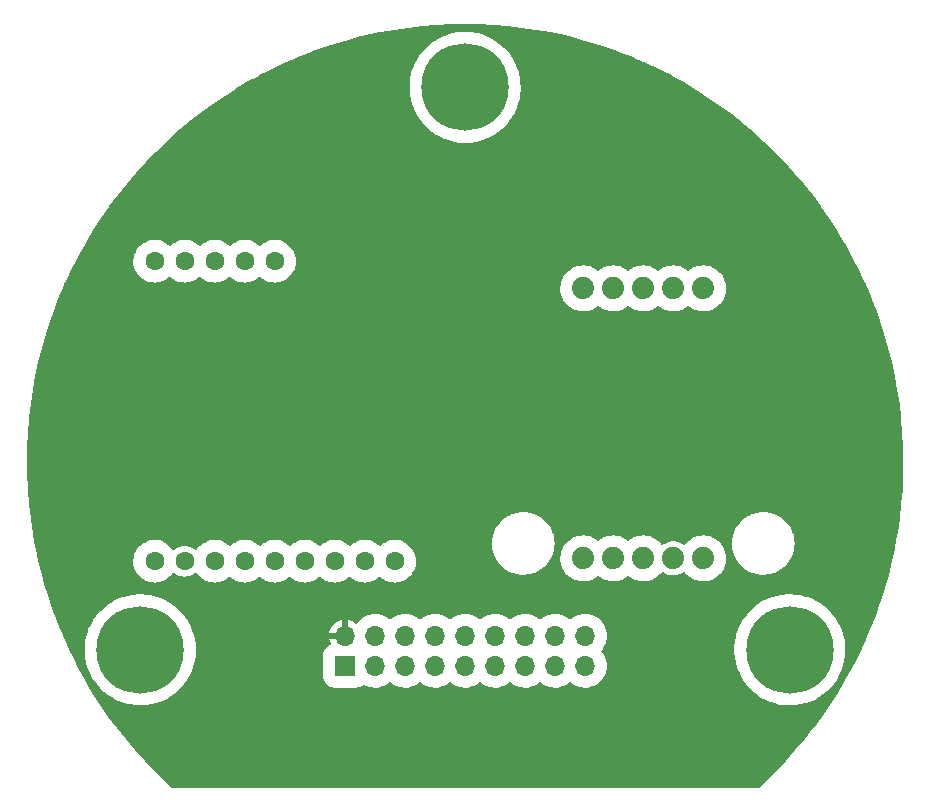
<source format=gbr>
%TF.GenerationSoftware,KiCad,Pcbnew,(6.0.7)*%
%TF.CreationDate,2023-03-09T00:43:44-05:00*%
%TF.ProjectId,EAST_GPS,45415354-5f47-4505-932e-6b696361645f,rev?*%
%TF.SameCoordinates,Original*%
%TF.FileFunction,Copper,L2,Bot*%
%TF.FilePolarity,Positive*%
%FSLAX46Y46*%
G04 Gerber Fmt 4.6, Leading zero omitted, Abs format (unit mm)*
G04 Created by KiCad (PCBNEW (6.0.7)) date 2023-03-09 00:43:44*
%MOMM*%
%LPD*%
G01*
G04 APERTURE LIST*
%TA.AperFunction,ComponentPad*%
%ADD10C,4.100000*%
%TD*%
%TA.AperFunction,ConnectorPad*%
%ADD11C,7.400000*%
%TD*%
%TA.AperFunction,ComponentPad*%
%ADD12C,1.600000*%
%TD*%
%TA.AperFunction,ComponentPad*%
%ADD13C,1.879600*%
%TD*%
%TA.AperFunction,ComponentPad*%
%ADD14R,1.700000X1.700000*%
%TD*%
%TA.AperFunction,ComponentPad*%
%ADD15O,1.700000X1.700000*%
%TD*%
%TA.AperFunction,ViaPad*%
%ADD16C,0.800000*%
%TD*%
G04 APERTURE END LIST*
D10*
%TO.P,REF\u002A\u002A,1*%
%TO.N,N/C*%
X170641661Y-116845280D03*
D11*
X170641661Y-116845280D03*
%TD*%
D12*
%TO.P,U2,1,VIN*%
%TO.N,/3.3V*%
X116860000Y-109345000D03*
%TO.P,U2,2,GND*%
%TO.N,/GND*%
X119400000Y-109345000D03*
%TO.P,U2,3,EN*%
%TO.N,unconnected-(U2-Pad3)*%
X121940000Y-109345000D03*
%TO.P,U2,4,G0*%
%TO.N,unconnected-(U2-Pad4)*%
X124480000Y-109345000D03*
%TO.P,U2,5,SCK*%
%TO.N,/SCK 1*%
X127020000Y-109345000D03*
%TO.P,U2,6,MISO*%
%TO.N,/MOSI 1*%
X129560000Y-109345000D03*
%TO.P,U2,7,MOSI*%
%TO.N,/MISO 1*%
X132100000Y-109345000D03*
%TO.P,U2,8,CS*%
%TO.N,/CS 1*%
X134640000Y-109345000D03*
%TO.P,U2,9,RST*%
%TO.N,unconnected-(U2-Pad9)*%
X137180000Y-109345000D03*
%TO.P,U2,10,G5*%
%TO.N,unconnected-(U2-Pad10)*%
X127020000Y-83945000D03*
%TO.P,U2,11,G4*%
%TO.N,unconnected-(U2-Pad11)*%
X124480000Y-83945000D03*
%TO.P,U2,12,G3*%
%TO.N,unconnected-(U2-Pad12)*%
X121940000Y-83945000D03*
%TO.P,U2,13,G2*%
%TO.N,unconnected-(U2-Pad13)*%
X119400000Y-83945000D03*
%TO.P,U2,14,G1*%
%TO.N,unconnected-(U2-Pad14)*%
X116860000Y-83945000D03*
%TD*%
D13*
%TO.P,U1,1,INT*%
%TO.N,unconnected-(U1-Pad1)*%
X163309700Y-109101750D03*
%TO.P,U1,2,GND*%
%TO.N,/GND*%
X160769700Y-109101750D03*
%TO.P,U1,3,3.3V*%
%TO.N,/3.3V*%
X158229700Y-109101750D03*
%TO.P,U1,4,SDA*%
%TO.N,/SDA 2*%
X155689700Y-109101750D03*
%TO.P,U1,5,SCL*%
%TO.N,/SCL 2*%
X153149700Y-109101750D03*
%TO.P,U1,6,WAKE*%
%TO.N,unconnected-(U1-Pad6)*%
X163309700Y-86241750D03*
%TO.P,U1,7,RST*%
%TO.N,unconnected-(U1-Pad7)*%
X160769700Y-86241750D03*
%TO.P,U1,8,PPS*%
%TO.N,unconnected-(U1-Pad8)*%
X158229700Y-86241750D03*
%TO.P,U1,9,RX*%
%TO.N,unconnected-(U1-Pad9)*%
X155689700Y-86241750D03*
%TO.P,U1,10,TX*%
%TO.N,unconnected-(U1-Pad10)*%
X153149700Y-86241750D03*
%TD*%
D14*
%TO.P,J1,1,Pin_1*%
%TO.N,/V_BATT*%
X132979000Y-118191200D03*
D15*
%TO.P,J1,2,Pin_2*%
%TO.N,/GND*%
X132979000Y-115651200D03*
%TO.P,J1,3,Pin_3*%
%TO.N,/RX 2*%
X135519000Y-118191200D03*
%TO.P,J1,4,Pin_4*%
%TO.N,/CS 1*%
X135519000Y-115651200D03*
%TO.P,J1,5,Pin_5*%
%TO.N,/TX 2*%
X138059000Y-118191200D03*
%TO.P,J1,6,Pin_6*%
%TO.N,/CS 2*%
X138059000Y-115651200D03*
%TO.P,J1,7,Pin_7*%
%TO.N,/SCL 1*%
X140599000Y-118191200D03*
%TO.P,J1,8,Pin_8*%
%TO.N,/MOSI 1*%
X140599000Y-115651200D03*
%TO.P,J1,9,Pin_9*%
%TO.N,/SDA 1*%
X143139000Y-118191200D03*
%TO.P,J1,10,Pin_10*%
%TO.N,/MISO 1*%
X143139000Y-115651200D03*
%TO.P,J1,11,Pin_11*%
%TO.N,/TX 1*%
X145679000Y-118191200D03*
%TO.P,J1,12,Pin_12*%
%TO.N,/3.3V*%
X145679000Y-115651200D03*
%TO.P,J1,13,Pin_13*%
%TO.N,/RX 1*%
X148219000Y-118191200D03*
%TO.P,J1,14,Pin_14*%
%TO.N,/SCL 2*%
X148219000Y-115651200D03*
%TO.P,J1,15,Pin_15*%
%TO.N,/CS 3*%
X150759000Y-118191200D03*
%TO.P,J1,16,Pin_16*%
%TO.N,/SDA 2*%
X150759000Y-115651200D03*
%TO.P,J1,17,Pin_17*%
%TO.N,/CS 4*%
X153299000Y-118191200D03*
%TO.P,J1,18,Pin_18*%
%TO.N,/SCK 1*%
X153299000Y-115651200D03*
%TD*%
D10*
%TO.P,REF\u002A\u002A,1*%
%TO.N,N/C*%
X115644369Y-116840000D03*
D11*
X115644369Y-116840000D03*
%TD*%
%TO.P,REF\u002A\u002A,1*%
%TO.N,N/C*%
X143147778Y-69222624D03*
D10*
X143147778Y-69222624D03*
%TD*%
D16*
%TO.N,/GND*%
X121691400Y-112979200D03*
X129641600Y-114808000D03*
X158597600Y-113207800D03*
%TD*%
%TA.AperFunction,Conductor*%
%TO.N,/GND*%
G36*
X144304085Y-63867893D02*
G01*
X144361128Y-63868825D01*
X144365243Y-63868959D01*
X145572690Y-63928213D01*
X145576755Y-63928481D01*
X146781549Y-64027160D01*
X146785624Y-64027561D01*
X147986579Y-64165569D01*
X147990647Y-64166104D01*
X149186429Y-64343287D01*
X149190476Y-64343955D01*
X150379858Y-64560131D01*
X150383872Y-64560928D01*
X150440119Y-64573063D01*
X151565514Y-64815855D01*
X151569525Y-64816789D01*
X152313625Y-65002966D01*
X152742232Y-65110205D01*
X152746171Y-65111260D01*
X153908651Y-65442846D01*
X153912588Y-65444039D01*
X155063640Y-65813451D01*
X155067482Y-65814754D01*
X155855696Y-66096451D01*
X156205815Y-66221579D01*
X156209670Y-66223028D01*
X157334098Y-66666841D01*
X157337904Y-66668416D01*
X157607243Y-66785037D01*
X158447230Y-67148744D01*
X158450907Y-67150408D01*
X159543974Y-67666750D01*
X159547640Y-67668556D01*
X159707342Y-67750484D01*
X160623223Y-68220337D01*
X160626857Y-68222277D01*
X161683796Y-68808898D01*
X161687364Y-68810955D01*
X161941080Y-68962825D01*
X162724606Y-69431831D01*
X162728061Y-69433976D01*
X162836926Y-69504073D01*
X163744444Y-70088414D01*
X163747870Y-70090700D01*
X164742314Y-70778003D01*
X164745663Y-70780400D01*
X165717080Y-71499813D01*
X165720350Y-71502318D01*
X166667785Y-72253137D01*
X166670970Y-72255748D01*
X166864566Y-72419749D01*
X167593321Y-73037099D01*
X167596383Y-73039779D01*
X168035808Y-73437414D01*
X168492744Y-73850895D01*
X168495752Y-73853708D01*
X169365088Y-74693651D01*
X169368003Y-74696561D01*
X170209421Y-75564469D01*
X170212239Y-75567472D01*
X171024858Y-76462435D01*
X171027577Y-76465530D01*
X171810491Y-77386551D01*
X171813107Y-77389732D01*
X172565522Y-78335875D01*
X172568032Y-78339140D01*
X173289091Y-79309330D01*
X173291494Y-79312675D01*
X173980485Y-80305951D01*
X173982777Y-80309373D01*
X174638934Y-81324635D01*
X174641113Y-81328131D01*
X175263727Y-82364280D01*
X175265790Y-82367844D01*
X175276587Y-82387219D01*
X175850485Y-83417109D01*
X175854206Y-83423787D01*
X175856143Y-83427400D01*
X176096040Y-83893081D01*
X176409751Y-84502047D01*
X176411577Y-84505739D01*
X176929757Y-85597889D01*
X176931461Y-85601638D01*
X176990811Y-85738072D01*
X177413669Y-86710139D01*
X177415233Y-86713902D01*
X177860156Y-87835562D01*
X177860952Y-87837569D01*
X177862400Y-87841401D01*
X177985801Y-88184847D01*
X178271161Y-88979051D01*
X178272490Y-88982949D01*
X178643843Y-90133328D01*
X178645044Y-90137268D01*
X178978593Y-91299148D01*
X178979665Y-91303123D01*
X179127061Y-91888003D01*
X179275072Y-92475326D01*
X179276013Y-92479336D01*
X179532941Y-93660524D01*
X179533751Y-93664562D01*
X179751944Y-94853559D01*
X179752621Y-94857622D01*
X179931833Y-96053088D01*
X179932377Y-96057171D01*
X180072421Y-97257868D01*
X180072831Y-97261966D01*
X180173556Y-98466587D01*
X180173832Y-98470696D01*
X180235135Y-99677988D01*
X180235275Y-99682075D01*
X180257084Y-100890719D01*
X180257091Y-100894837D01*
X180239387Y-102103518D01*
X180239260Y-102107635D01*
X180196601Y-103008175D01*
X180182060Y-103315125D01*
X180181798Y-103319236D01*
X180085161Y-104524224D01*
X180084764Y-104528323D01*
X179948802Y-105729454D01*
X179948272Y-105733539D01*
X179773121Y-106929613D01*
X179772458Y-106933677D01*
X179732264Y-107156978D01*
X179558561Y-108121989D01*
X179558308Y-108123392D01*
X179557514Y-108127426D01*
X179511371Y-108343084D01*
X179304594Y-109309501D01*
X179303667Y-109313513D01*
X179012248Y-110486691D01*
X179011190Y-110490672D01*
X178681579Y-111653712D01*
X178680391Y-111657656D01*
X178495596Y-112236839D01*
X178332321Y-112748573D01*
X178312951Y-112809281D01*
X178311641Y-112813166D01*
X178097669Y-113415103D01*
X177906744Y-113952203D01*
X177905301Y-113956060D01*
X177463413Y-115081204D01*
X177461845Y-115085013D01*
X176983413Y-116195126D01*
X176981725Y-116198875D01*
X176467235Y-117292825D01*
X176465447Y-117296470D01*
X176214021Y-117788629D01*
X175915506Y-118372963D01*
X175913573Y-118376600D01*
X175328722Y-119434582D01*
X175326673Y-119438147D01*
X175166816Y-119706239D01*
X174707591Y-120476388D01*
X174705424Y-120479891D01*
X174052727Y-121497363D01*
X174050447Y-121500793D01*
X173364834Y-122496403D01*
X173362449Y-122499747D01*
X172644680Y-123472394D01*
X172642181Y-123475668D01*
X171892984Y-124424361D01*
X171890379Y-124427551D01*
X171110584Y-125351243D01*
X171107876Y-125354346D01*
X170298313Y-126252049D01*
X170295505Y-126255062D01*
X169457039Y-127125823D01*
X169454134Y-127128743D01*
X168587641Y-127971649D01*
X168584642Y-127974472D01*
X168000035Y-128507105D01*
X167936209Y-128538198D01*
X167915176Y-128539966D01*
X118385662Y-128539966D01*
X118317541Y-128519964D01*
X118300803Y-128507105D01*
X117716196Y-127974472D01*
X117713197Y-127971649D01*
X116846704Y-127128743D01*
X116843799Y-127125823D01*
X116005333Y-126255062D01*
X116002525Y-126252049D01*
X115192962Y-125354346D01*
X115190254Y-125351243D01*
X114410459Y-124427551D01*
X114407854Y-124424361D01*
X113658657Y-123475668D01*
X113656158Y-123472394D01*
X112938389Y-122499747D01*
X112936004Y-122496403D01*
X112250391Y-121500793D01*
X112248111Y-121497363D01*
X111595414Y-120479891D01*
X111593247Y-120476388D01*
X111134022Y-119706239D01*
X110974165Y-119438147D01*
X110972116Y-119434582D01*
X110387265Y-118376600D01*
X110385332Y-118372963D01*
X110086817Y-117788629D01*
X109835391Y-117296470D01*
X109833603Y-117292825D01*
X109697871Y-117004220D01*
X110941714Y-117004220D01*
X110941943Y-117007065D01*
X110941943Y-117007068D01*
X110971128Y-117369799D01*
X110975952Y-117429758D01*
X111048617Y-117850442D01*
X111159110Y-118262808D01*
X111160095Y-118265485D01*
X111283182Y-118600023D01*
X111306523Y-118663463D01*
X111307748Y-118666043D01*
X111307751Y-118666050D01*
X111464501Y-118996164D01*
X111489641Y-119049108D01*
X111586752Y-119213314D01*
X111675960Y-119364156D01*
X111706957Y-119416570D01*
X111708619Y-119418874D01*
X111708620Y-119418876D01*
X111953103Y-119757860D01*
X111956683Y-119762824D01*
X112236763Y-120085019D01*
X112544892Y-120380504D01*
X112547110Y-120382274D01*
X112547115Y-120382279D01*
X112831708Y-120609466D01*
X112878533Y-120646846D01*
X112880896Y-120648404D01*
X112880900Y-120648407D01*
X112888908Y-120653687D01*
X113234941Y-120881854D01*
X113611180Y-121083592D01*
X114004156Y-121250400D01*
X114006865Y-121251270D01*
X114006871Y-121251272D01*
X114407906Y-121380030D01*
X114407910Y-121380031D01*
X114410632Y-121380905D01*
X114528215Y-121407188D01*
X114824470Y-121473410D01*
X114824481Y-121473412D01*
X114827264Y-121474034D01*
X115250621Y-121529018D01*
X115677219Y-121545406D01*
X115680081Y-121545256D01*
X115680082Y-121545256D01*
X116100691Y-121523213D01*
X116100698Y-121523212D01*
X116103547Y-121523063D01*
X116106370Y-121522656D01*
X116106372Y-121522656D01*
X116523274Y-121462580D01*
X116523281Y-121462579D01*
X116526096Y-121462173D01*
X116941386Y-121363237D01*
X116944084Y-121362329D01*
X116944091Y-121362327D01*
X117343289Y-121227982D01*
X117343295Y-121227980D01*
X117346001Y-121227069D01*
X117736609Y-121054790D01*
X118039070Y-120887134D01*
X118107494Y-120849206D01*
X118107496Y-120849205D01*
X118109996Y-120847819D01*
X118463087Y-120607858D01*
X118792977Y-120336884D01*
X119096950Y-120037125D01*
X119133545Y-119993821D01*
X119370659Y-119713236D01*
X119370664Y-119713230D01*
X119372505Y-119711051D01*
X119375875Y-119706239D01*
X119615737Y-119363679D01*
X119617372Y-119361344D01*
X119767608Y-119099016D01*
X131128500Y-119099016D01*
X131139234Y-119219287D01*
X131195259Y-119414670D01*
X131289427Y-119594796D01*
X131293458Y-119599739D01*
X131293459Y-119599740D01*
X131380317Y-119706239D01*
X131417891Y-119752309D01*
X131575404Y-119880773D01*
X131755530Y-119974941D01*
X131950913Y-120030966D01*
X131982545Y-120033789D01*
X132068391Y-120041451D01*
X132068397Y-120041451D01*
X132071184Y-120041700D01*
X133886816Y-120041700D01*
X133889603Y-120041451D01*
X133889609Y-120041451D01*
X133975455Y-120033789D01*
X134007087Y-120030966D01*
X134202470Y-119974941D01*
X134382596Y-119880773D01*
X134464617Y-119813879D01*
X134530046Y-119786326D01*
X134599987Y-119798521D01*
X134609237Y-119803576D01*
X134676745Y-119844219D01*
X134763070Y-119880773D01*
X134913962Y-119944668D01*
X134913966Y-119944669D01*
X134918060Y-119946403D01*
X134922352Y-119947541D01*
X134922355Y-119947542D01*
X135014535Y-119971983D01*
X135171365Y-120013566D01*
X135175789Y-120014090D01*
X135175791Y-120014090D01*
X135318380Y-120030966D01*
X135431607Y-120044367D01*
X135693592Y-120038193D01*
X135697986Y-120037462D01*
X135697993Y-120037461D01*
X135947692Y-119995900D01*
X135947696Y-119995899D01*
X135952094Y-119995167D01*
X136116061Y-119943311D01*
X136197709Y-119917489D01*
X136197711Y-119917488D01*
X136201955Y-119916146D01*
X136205966Y-119914220D01*
X136205971Y-119914218D01*
X136434169Y-119804639D01*
X136434170Y-119804638D01*
X136438188Y-119802709D01*
X136582566Y-119706239D01*
X136652374Y-119659595D01*
X136652379Y-119659591D01*
X136656082Y-119657117D01*
X136659398Y-119654146D01*
X136659403Y-119654143D01*
X136705606Y-119612760D01*
X136769694Y-119582211D01*
X136840125Y-119591160D01*
X136869221Y-119608904D01*
X136988778Y-119706239D01*
X136988782Y-119706242D01*
X136992235Y-119709053D01*
X137216745Y-119844219D01*
X137303070Y-119880773D01*
X137453962Y-119944668D01*
X137453966Y-119944669D01*
X137458060Y-119946403D01*
X137462352Y-119947541D01*
X137462355Y-119947542D01*
X137554535Y-119971983D01*
X137711365Y-120013566D01*
X137715789Y-120014090D01*
X137715791Y-120014090D01*
X137858380Y-120030966D01*
X137971607Y-120044367D01*
X138233592Y-120038193D01*
X138237986Y-120037462D01*
X138237993Y-120037461D01*
X138487692Y-119995900D01*
X138487696Y-119995899D01*
X138492094Y-119995167D01*
X138656061Y-119943311D01*
X138737709Y-119917489D01*
X138737711Y-119917488D01*
X138741955Y-119916146D01*
X138745966Y-119914220D01*
X138745971Y-119914218D01*
X138974169Y-119804639D01*
X138974170Y-119804638D01*
X138978188Y-119802709D01*
X139122566Y-119706239D01*
X139192374Y-119659595D01*
X139192379Y-119659591D01*
X139196082Y-119657117D01*
X139199398Y-119654146D01*
X139199403Y-119654143D01*
X139245606Y-119612760D01*
X139309694Y-119582211D01*
X139380125Y-119591160D01*
X139409221Y-119608904D01*
X139528778Y-119706239D01*
X139528782Y-119706242D01*
X139532235Y-119709053D01*
X139756745Y-119844219D01*
X139843070Y-119880773D01*
X139993962Y-119944668D01*
X139993966Y-119944669D01*
X139998060Y-119946403D01*
X140002352Y-119947541D01*
X140002355Y-119947542D01*
X140094535Y-119971983D01*
X140251365Y-120013566D01*
X140255789Y-120014090D01*
X140255791Y-120014090D01*
X140398380Y-120030966D01*
X140511607Y-120044367D01*
X140773592Y-120038193D01*
X140777986Y-120037462D01*
X140777993Y-120037461D01*
X141027692Y-119995900D01*
X141027696Y-119995899D01*
X141032094Y-119995167D01*
X141196061Y-119943311D01*
X141277709Y-119917489D01*
X141277711Y-119917488D01*
X141281955Y-119916146D01*
X141285966Y-119914220D01*
X141285971Y-119914218D01*
X141514169Y-119804639D01*
X141514170Y-119804638D01*
X141518188Y-119802709D01*
X141662566Y-119706239D01*
X141732374Y-119659595D01*
X141732379Y-119659591D01*
X141736082Y-119657117D01*
X141739398Y-119654146D01*
X141739403Y-119654143D01*
X141785606Y-119612760D01*
X141849694Y-119582211D01*
X141920125Y-119591160D01*
X141949221Y-119608904D01*
X142068778Y-119706239D01*
X142068782Y-119706242D01*
X142072235Y-119709053D01*
X142296745Y-119844219D01*
X142383070Y-119880773D01*
X142533962Y-119944668D01*
X142533966Y-119944669D01*
X142538060Y-119946403D01*
X142542352Y-119947541D01*
X142542355Y-119947542D01*
X142634535Y-119971983D01*
X142791365Y-120013566D01*
X142795789Y-120014090D01*
X142795791Y-120014090D01*
X142938380Y-120030966D01*
X143051607Y-120044367D01*
X143313592Y-120038193D01*
X143317986Y-120037462D01*
X143317993Y-120037461D01*
X143567692Y-119995900D01*
X143567696Y-119995899D01*
X143572094Y-119995167D01*
X143736061Y-119943311D01*
X143817709Y-119917489D01*
X143817711Y-119917488D01*
X143821955Y-119916146D01*
X143825966Y-119914220D01*
X143825971Y-119914218D01*
X144054169Y-119804639D01*
X144054170Y-119804638D01*
X144058188Y-119802709D01*
X144202566Y-119706239D01*
X144272374Y-119659595D01*
X144272379Y-119659591D01*
X144276082Y-119657117D01*
X144279398Y-119654146D01*
X144279403Y-119654143D01*
X144325606Y-119612760D01*
X144389694Y-119582211D01*
X144460125Y-119591160D01*
X144489221Y-119608904D01*
X144608778Y-119706239D01*
X144608782Y-119706242D01*
X144612235Y-119709053D01*
X144836745Y-119844219D01*
X144923070Y-119880773D01*
X145073962Y-119944668D01*
X145073966Y-119944669D01*
X145078060Y-119946403D01*
X145082352Y-119947541D01*
X145082355Y-119947542D01*
X145174535Y-119971983D01*
X145331365Y-120013566D01*
X145335789Y-120014090D01*
X145335791Y-120014090D01*
X145478380Y-120030966D01*
X145591607Y-120044367D01*
X145853592Y-120038193D01*
X145857986Y-120037462D01*
X145857993Y-120037461D01*
X146107692Y-119995900D01*
X146107696Y-119995899D01*
X146112094Y-119995167D01*
X146276061Y-119943311D01*
X146357709Y-119917489D01*
X146357711Y-119917488D01*
X146361955Y-119916146D01*
X146365966Y-119914220D01*
X146365971Y-119914218D01*
X146594169Y-119804639D01*
X146594170Y-119804638D01*
X146598188Y-119802709D01*
X146742566Y-119706239D01*
X146812374Y-119659595D01*
X146812379Y-119659591D01*
X146816082Y-119657117D01*
X146819398Y-119654146D01*
X146819403Y-119654143D01*
X146865606Y-119612760D01*
X146929694Y-119582211D01*
X147000125Y-119591160D01*
X147029221Y-119608904D01*
X147148778Y-119706239D01*
X147148782Y-119706242D01*
X147152235Y-119709053D01*
X147376745Y-119844219D01*
X147463070Y-119880773D01*
X147613962Y-119944668D01*
X147613966Y-119944669D01*
X147618060Y-119946403D01*
X147622352Y-119947541D01*
X147622355Y-119947542D01*
X147714535Y-119971983D01*
X147871365Y-120013566D01*
X147875789Y-120014090D01*
X147875791Y-120014090D01*
X148018380Y-120030966D01*
X148131607Y-120044367D01*
X148393592Y-120038193D01*
X148397986Y-120037462D01*
X148397993Y-120037461D01*
X148647692Y-119995900D01*
X148647696Y-119995899D01*
X148652094Y-119995167D01*
X148816061Y-119943311D01*
X148897709Y-119917489D01*
X148897711Y-119917488D01*
X148901955Y-119916146D01*
X148905966Y-119914220D01*
X148905971Y-119914218D01*
X149134169Y-119804639D01*
X149134170Y-119804638D01*
X149138188Y-119802709D01*
X149282566Y-119706239D01*
X149352374Y-119659595D01*
X149352379Y-119659591D01*
X149356082Y-119657117D01*
X149359398Y-119654146D01*
X149359403Y-119654143D01*
X149405606Y-119612760D01*
X149469694Y-119582211D01*
X149540125Y-119591160D01*
X149569221Y-119608904D01*
X149688778Y-119706239D01*
X149688782Y-119706242D01*
X149692235Y-119709053D01*
X149916745Y-119844219D01*
X150003070Y-119880773D01*
X150153962Y-119944668D01*
X150153966Y-119944669D01*
X150158060Y-119946403D01*
X150162352Y-119947541D01*
X150162355Y-119947542D01*
X150254535Y-119971983D01*
X150411365Y-120013566D01*
X150415789Y-120014090D01*
X150415791Y-120014090D01*
X150558380Y-120030966D01*
X150671607Y-120044367D01*
X150933592Y-120038193D01*
X150937986Y-120037462D01*
X150937993Y-120037461D01*
X151187692Y-119995900D01*
X151187696Y-119995899D01*
X151192094Y-119995167D01*
X151356061Y-119943311D01*
X151437709Y-119917489D01*
X151437711Y-119917488D01*
X151441955Y-119916146D01*
X151445966Y-119914220D01*
X151445971Y-119914218D01*
X151674169Y-119804639D01*
X151674170Y-119804638D01*
X151678188Y-119802709D01*
X151822566Y-119706239D01*
X151892374Y-119659595D01*
X151892379Y-119659591D01*
X151896082Y-119657117D01*
X151899398Y-119654146D01*
X151899403Y-119654143D01*
X151945606Y-119612760D01*
X152009694Y-119582211D01*
X152080125Y-119591160D01*
X152109221Y-119608904D01*
X152228778Y-119706239D01*
X152228782Y-119706242D01*
X152232235Y-119709053D01*
X152456745Y-119844219D01*
X152543070Y-119880773D01*
X152693962Y-119944668D01*
X152693966Y-119944669D01*
X152698060Y-119946403D01*
X152702352Y-119947541D01*
X152702355Y-119947542D01*
X152794535Y-119971983D01*
X152951365Y-120013566D01*
X152955789Y-120014090D01*
X152955791Y-120014090D01*
X153098380Y-120030966D01*
X153211607Y-120044367D01*
X153473592Y-120038193D01*
X153477986Y-120037462D01*
X153477993Y-120037461D01*
X153727692Y-119995900D01*
X153727696Y-119995899D01*
X153732094Y-119995167D01*
X153896061Y-119943311D01*
X153977709Y-119917489D01*
X153977711Y-119917488D01*
X153981955Y-119916146D01*
X153985966Y-119914220D01*
X153985971Y-119914218D01*
X154214169Y-119804639D01*
X154214170Y-119804638D01*
X154218188Y-119802709D01*
X154362566Y-119706239D01*
X154432380Y-119659591D01*
X154432384Y-119659588D01*
X154436082Y-119657117D01*
X154631287Y-119482276D01*
X154668376Y-119438153D01*
X154797043Y-119285086D01*
X154797045Y-119285084D01*
X154799910Y-119281675D01*
X154938586Y-119059316D01*
X154968840Y-118990884D01*
X155042749Y-118823703D01*
X155044547Y-118819636D01*
X155115681Y-118567416D01*
X155120855Y-118528896D01*
X155150139Y-118310873D01*
X155150140Y-118310865D01*
X155150566Y-118307691D01*
X155150667Y-118304480D01*
X155154126Y-118194422D01*
X155154126Y-118194417D01*
X155154227Y-118191200D01*
X155135719Y-117929796D01*
X155080563Y-117673608D01*
X154989860Y-117427747D01*
X154865420Y-117197120D01*
X154844714Y-117169086D01*
X154726843Y-117009500D01*
X165939006Y-117009500D01*
X165939235Y-117012345D01*
X165939235Y-117012348D01*
X165972590Y-117426905D01*
X165973244Y-117435038D01*
X166045909Y-117855722D01*
X166156402Y-118268088D01*
X166157387Y-118270765D01*
X166280474Y-118605303D01*
X166303815Y-118668743D01*
X166305040Y-118671323D01*
X166305043Y-118671330D01*
X166483197Y-119046520D01*
X166486933Y-119054388D01*
X166584454Y-119219287D01*
X166700003Y-119414670D01*
X166704249Y-119421850D01*
X166705911Y-119424154D01*
X166705912Y-119424156D01*
X166951725Y-119764984D01*
X166953975Y-119768104D01*
X167234055Y-120090299D01*
X167542184Y-120385784D01*
X167544402Y-120387554D01*
X167544407Y-120387559D01*
X167829000Y-120614746D01*
X167875825Y-120652126D01*
X168232233Y-120887134D01*
X168608472Y-121088872D01*
X168611111Y-121089992D01*
X168934045Y-121227069D01*
X169001448Y-121255680D01*
X169004157Y-121256550D01*
X169004163Y-121256552D01*
X169405198Y-121385310D01*
X169405202Y-121385311D01*
X169407924Y-121386185D01*
X169525507Y-121412468D01*
X169821762Y-121478690D01*
X169821773Y-121478692D01*
X169824556Y-121479314D01*
X170247913Y-121534298D01*
X170674511Y-121550686D01*
X170677373Y-121550536D01*
X170677374Y-121550536D01*
X171097983Y-121528493D01*
X171097990Y-121528492D01*
X171100839Y-121528343D01*
X171103662Y-121527936D01*
X171103664Y-121527936D01*
X171520566Y-121467860D01*
X171520573Y-121467859D01*
X171523388Y-121467453D01*
X171938678Y-121368517D01*
X171941376Y-121367609D01*
X171941383Y-121367607D01*
X172340581Y-121233262D01*
X172340587Y-121233260D01*
X172343293Y-121232349D01*
X172733901Y-121060070D01*
X172741350Y-121055941D01*
X173104786Y-120854486D01*
X173104788Y-120854485D01*
X173107288Y-120853099D01*
X173460379Y-120613138D01*
X173790269Y-120342164D01*
X174094242Y-120042405D01*
X174151254Y-119974941D01*
X174367951Y-119718516D01*
X174367956Y-119718510D01*
X174369797Y-119716331D01*
X174376864Y-119706239D01*
X174613029Y-119368959D01*
X174614664Y-119366624D01*
X174826828Y-118996164D01*
X174829246Y-118990884D01*
X175003355Y-118610596D01*
X175004544Y-118607999D01*
X175005489Y-118605314D01*
X175005494Y-118605303D01*
X175145397Y-118208025D01*
X175146348Y-118205325D01*
X175251073Y-117791456D01*
X175251910Y-117786176D01*
X175317411Y-117372614D01*
X175317857Y-117369799D01*
X175341788Y-117009500D01*
X175346034Y-116945575D01*
X175346034Y-116945567D01*
X175346150Y-116943825D01*
X175347182Y-116845280D01*
X175327816Y-116418806D01*
X175326706Y-116410699D01*
X175297437Y-116197033D01*
X175269877Y-115995843D01*
X175210538Y-115738814D01*
X175174487Y-115582661D01*
X175174486Y-115582659D01*
X175173843Y-115579872D01*
X175113784Y-115397200D01*
X175041398Y-115177039D01*
X175041398Y-115177038D01*
X175040503Y-115174317D01*
X175039372Y-115171703D01*
X175039368Y-115171693D01*
X174953753Y-114973849D01*
X174870955Y-114782515D01*
X174745387Y-114552207D01*
X174667965Y-114410205D01*
X174667961Y-114410198D01*
X174666595Y-114407693D01*
X174429106Y-114052935D01*
X174160441Y-113721161D01*
X174155307Y-113715881D01*
X173864802Y-113417149D01*
X173864798Y-113417145D01*
X173862812Y-113415103D01*
X173860654Y-113413253D01*
X173860644Y-113413244D01*
X173540843Y-113139142D01*
X173540838Y-113139138D01*
X173538669Y-113137279D01*
X173536338Y-113135622D01*
X173536331Y-113135617D01*
X173193016Y-112891636D01*
X173193014Y-112891635D01*
X173190680Y-112889976D01*
X173179139Y-112883259D01*
X172824166Y-112676659D01*
X172824159Y-112676655D01*
X172821710Y-112675230D01*
X172577466Y-112561337D01*
X172437392Y-112496019D01*
X172437382Y-112496015D01*
X172434796Y-112494809D01*
X172178569Y-112402562D01*
X172035811Y-112351166D01*
X172035802Y-112351163D01*
X172033121Y-112350198D01*
X171739392Y-112273687D01*
X171622763Y-112243307D01*
X171622757Y-112243306D01*
X171619994Y-112242586D01*
X171198813Y-112172860D01*
X171195970Y-112172651D01*
X171195968Y-112172651D01*
X170775893Y-112141803D01*
X170773047Y-112141594D01*
X170595458Y-112144694D01*
X170349050Y-112148994D01*
X170349045Y-112148994D01*
X170346199Y-112149044D01*
X170343366Y-112149352D01*
X170343362Y-112149352D01*
X170126972Y-112172860D01*
X169921783Y-112195151D01*
X169503292Y-112279533D01*
X169500559Y-112280348D01*
X169500554Y-112280349D01*
X169266251Y-112350198D01*
X169094172Y-112401497D01*
X169091511Y-112402561D01*
X169091509Y-112402562D01*
X168857850Y-112496019D01*
X168697789Y-112560039D01*
X168695242Y-112561337D01*
X168319950Y-112752557D01*
X168319945Y-112752560D01*
X168317407Y-112753853D01*
X167956156Y-112981345D01*
X167617010Y-113240642D01*
X167302761Y-113529609D01*
X167015995Y-113845868D01*
X167014271Y-113848155D01*
X167014270Y-113848157D01*
X166990584Y-113879590D01*
X166759072Y-114186816D01*
X166534108Y-114549646D01*
X166342954Y-114931372D01*
X166341913Y-114934028D01*
X166341910Y-114934035D01*
X166190292Y-115320918D01*
X166187183Y-115328852D01*
X166186391Y-115331579D01*
X166186387Y-115331590D01*
X166110462Y-115592926D01*
X166068078Y-115738814D01*
X165986619Y-116157883D01*
X165943477Y-116582611D01*
X165939006Y-117009500D01*
X154726843Y-117009500D01*
X154714735Y-116993107D01*
X154690353Y-116926428D01*
X154705890Y-116857153D01*
X154719636Y-116837173D01*
X154797045Y-116745083D01*
X154799910Y-116741675D01*
X154938586Y-116519316D01*
X154946407Y-116501627D01*
X155042749Y-116283703D01*
X155044547Y-116279636D01*
X155049029Y-116263746D01*
X155068381Y-116195126D01*
X155115681Y-116027416D01*
X155131563Y-115909173D01*
X155150139Y-115770873D01*
X155150140Y-115770865D01*
X155150566Y-115767691D01*
X155151560Y-115736070D01*
X155154126Y-115654422D01*
X155154126Y-115654417D01*
X155154227Y-115651200D01*
X155135719Y-115389796D01*
X155080563Y-115133608D01*
X155078636Y-115128383D01*
X154991401Y-114891924D01*
X154989860Y-114887747D01*
X154865420Y-114657120D01*
X154849783Y-114635948D01*
X154712370Y-114449906D01*
X154709726Y-114446326D01*
X154525884Y-114259574D01*
X154427554Y-114184531D01*
X154321107Y-114103293D01*
X154321103Y-114103290D01*
X154317562Y-114100588D01*
X154088917Y-113972540D01*
X154084768Y-113970935D01*
X154084764Y-113970933D01*
X153937196Y-113913844D01*
X153844512Y-113877987D01*
X153840191Y-113876985D01*
X153840183Y-113876983D01*
X153672069Y-113838017D01*
X153589221Y-113818814D01*
X153328141Y-113796202D01*
X153323706Y-113796446D01*
X153323702Y-113796446D01*
X153070921Y-113810357D01*
X153070914Y-113810358D01*
X153066478Y-113810602D01*
X152809456Y-113861727D01*
X152805246Y-113863205D01*
X152805244Y-113863206D01*
X152660497Y-113914038D01*
X152562201Y-113948557D01*
X152558250Y-113950610D01*
X152558244Y-113950612D01*
X152430894Y-114016766D01*
X152329647Y-114069359D01*
X152326032Y-114071942D01*
X152326026Y-114071946D01*
X152120055Y-114219135D01*
X152120051Y-114219138D01*
X152116434Y-114221723D01*
X152113215Y-114224794D01*
X152109777Y-114227638D01*
X152108900Y-114226578D01*
X152051117Y-114256372D01*
X151980441Y-114249629D01*
X151950820Y-114232814D01*
X151781107Y-114103293D01*
X151781103Y-114103290D01*
X151777562Y-114100588D01*
X151548917Y-113972540D01*
X151544768Y-113970935D01*
X151544764Y-113970933D01*
X151397196Y-113913844D01*
X151304512Y-113877987D01*
X151300191Y-113876985D01*
X151300183Y-113876983D01*
X151132069Y-113838017D01*
X151049221Y-113818814D01*
X150788141Y-113796202D01*
X150783706Y-113796446D01*
X150783702Y-113796446D01*
X150530921Y-113810357D01*
X150530914Y-113810358D01*
X150526478Y-113810602D01*
X150269456Y-113861727D01*
X150265246Y-113863205D01*
X150265244Y-113863206D01*
X150120497Y-113914038D01*
X150022201Y-113948557D01*
X150018250Y-113950610D01*
X150018244Y-113950612D01*
X149890894Y-114016766D01*
X149789647Y-114069359D01*
X149786032Y-114071942D01*
X149786026Y-114071946D01*
X149580055Y-114219135D01*
X149580051Y-114219138D01*
X149576434Y-114221723D01*
X149573215Y-114224794D01*
X149569777Y-114227638D01*
X149568900Y-114226578D01*
X149511117Y-114256372D01*
X149440441Y-114249629D01*
X149410820Y-114232814D01*
X149241107Y-114103293D01*
X149241103Y-114103290D01*
X149237562Y-114100588D01*
X149008917Y-113972540D01*
X149004768Y-113970935D01*
X149004764Y-113970933D01*
X148857196Y-113913844D01*
X148764512Y-113877987D01*
X148760191Y-113876985D01*
X148760183Y-113876983D01*
X148592069Y-113838017D01*
X148509221Y-113818814D01*
X148248141Y-113796202D01*
X148243706Y-113796446D01*
X148243702Y-113796446D01*
X147990921Y-113810357D01*
X147990914Y-113810358D01*
X147986478Y-113810602D01*
X147729456Y-113861727D01*
X147725246Y-113863205D01*
X147725244Y-113863206D01*
X147580497Y-113914038D01*
X147482201Y-113948557D01*
X147478250Y-113950610D01*
X147478244Y-113950612D01*
X147350894Y-114016766D01*
X147249647Y-114069359D01*
X147246032Y-114071942D01*
X147246026Y-114071946D01*
X147040055Y-114219135D01*
X147040051Y-114219138D01*
X147036434Y-114221723D01*
X147033215Y-114224794D01*
X147029777Y-114227638D01*
X147028900Y-114226578D01*
X146971117Y-114256372D01*
X146900441Y-114249629D01*
X146870820Y-114232814D01*
X146701107Y-114103293D01*
X146701103Y-114103290D01*
X146697562Y-114100588D01*
X146468917Y-113972540D01*
X146464768Y-113970935D01*
X146464764Y-113970933D01*
X146317196Y-113913844D01*
X146224512Y-113877987D01*
X146220191Y-113876985D01*
X146220183Y-113876983D01*
X146052069Y-113838017D01*
X145969221Y-113818814D01*
X145708141Y-113796202D01*
X145703706Y-113796446D01*
X145703702Y-113796446D01*
X145450921Y-113810357D01*
X145450914Y-113810358D01*
X145446478Y-113810602D01*
X145189456Y-113861727D01*
X145185246Y-113863205D01*
X145185244Y-113863206D01*
X145040497Y-113914038D01*
X144942201Y-113948557D01*
X144938250Y-113950610D01*
X144938244Y-113950612D01*
X144810894Y-114016766D01*
X144709647Y-114069359D01*
X144706032Y-114071942D01*
X144706026Y-114071946D01*
X144500055Y-114219135D01*
X144500051Y-114219138D01*
X144496434Y-114221723D01*
X144493215Y-114224794D01*
X144489777Y-114227638D01*
X144488900Y-114226578D01*
X144431117Y-114256372D01*
X144360441Y-114249629D01*
X144330820Y-114232814D01*
X144161107Y-114103293D01*
X144161103Y-114103290D01*
X144157562Y-114100588D01*
X143928917Y-113972540D01*
X143924768Y-113970935D01*
X143924764Y-113970933D01*
X143777196Y-113913844D01*
X143684512Y-113877987D01*
X143680191Y-113876985D01*
X143680183Y-113876983D01*
X143512069Y-113838017D01*
X143429221Y-113818814D01*
X143168141Y-113796202D01*
X143163706Y-113796446D01*
X143163702Y-113796446D01*
X142910921Y-113810357D01*
X142910914Y-113810358D01*
X142906478Y-113810602D01*
X142649456Y-113861727D01*
X142645246Y-113863205D01*
X142645244Y-113863206D01*
X142500497Y-113914038D01*
X142402201Y-113948557D01*
X142398250Y-113950610D01*
X142398244Y-113950612D01*
X142270894Y-114016766D01*
X142169647Y-114069359D01*
X142166032Y-114071942D01*
X142166026Y-114071946D01*
X141960055Y-114219135D01*
X141960051Y-114219138D01*
X141956434Y-114221723D01*
X141953215Y-114224794D01*
X141949777Y-114227638D01*
X141948900Y-114226578D01*
X141891117Y-114256372D01*
X141820441Y-114249629D01*
X141790820Y-114232814D01*
X141621107Y-114103293D01*
X141621103Y-114103290D01*
X141617562Y-114100588D01*
X141388917Y-113972540D01*
X141384768Y-113970935D01*
X141384764Y-113970933D01*
X141237196Y-113913844D01*
X141144512Y-113877987D01*
X141140191Y-113876985D01*
X141140183Y-113876983D01*
X140972069Y-113838017D01*
X140889221Y-113818814D01*
X140628141Y-113796202D01*
X140623706Y-113796446D01*
X140623702Y-113796446D01*
X140370921Y-113810357D01*
X140370914Y-113810358D01*
X140366478Y-113810602D01*
X140109456Y-113861727D01*
X140105246Y-113863205D01*
X140105244Y-113863206D01*
X139960497Y-113914038D01*
X139862201Y-113948557D01*
X139858250Y-113950610D01*
X139858244Y-113950612D01*
X139730894Y-114016766D01*
X139629647Y-114069359D01*
X139626032Y-114071942D01*
X139626026Y-114071946D01*
X139420055Y-114219135D01*
X139420051Y-114219138D01*
X139416434Y-114221723D01*
X139413215Y-114224794D01*
X139409777Y-114227638D01*
X139408900Y-114226578D01*
X139351117Y-114256372D01*
X139280441Y-114249629D01*
X139250820Y-114232814D01*
X139081107Y-114103293D01*
X139081103Y-114103290D01*
X139077562Y-114100588D01*
X138848917Y-113972540D01*
X138844768Y-113970935D01*
X138844764Y-113970933D01*
X138697196Y-113913844D01*
X138604512Y-113877987D01*
X138600191Y-113876985D01*
X138600183Y-113876983D01*
X138432069Y-113838017D01*
X138349221Y-113818814D01*
X138088141Y-113796202D01*
X138083706Y-113796446D01*
X138083702Y-113796446D01*
X137830921Y-113810357D01*
X137830914Y-113810358D01*
X137826478Y-113810602D01*
X137569456Y-113861727D01*
X137565246Y-113863205D01*
X137565244Y-113863206D01*
X137420497Y-113914038D01*
X137322201Y-113948557D01*
X137318250Y-113950610D01*
X137318244Y-113950612D01*
X137190894Y-114016766D01*
X137089647Y-114069359D01*
X137086032Y-114071942D01*
X137086026Y-114071946D01*
X136880055Y-114219135D01*
X136880051Y-114219138D01*
X136876434Y-114221723D01*
X136873215Y-114224794D01*
X136869777Y-114227638D01*
X136868900Y-114226578D01*
X136811117Y-114256372D01*
X136740441Y-114249629D01*
X136710820Y-114232814D01*
X136541107Y-114103293D01*
X136541103Y-114103290D01*
X136537562Y-114100588D01*
X136308917Y-113972540D01*
X136304768Y-113970935D01*
X136304764Y-113970933D01*
X136157196Y-113913844D01*
X136064512Y-113877987D01*
X136060191Y-113876985D01*
X136060183Y-113876983D01*
X135892069Y-113838017D01*
X135809221Y-113818814D01*
X135548141Y-113796202D01*
X135543706Y-113796446D01*
X135543702Y-113796446D01*
X135290921Y-113810357D01*
X135290914Y-113810358D01*
X135286478Y-113810602D01*
X135029456Y-113861727D01*
X135025246Y-113863205D01*
X135025244Y-113863206D01*
X134880497Y-113914038D01*
X134782201Y-113948557D01*
X134778250Y-113950610D01*
X134778244Y-113950612D01*
X134650894Y-114016766D01*
X134549647Y-114069359D01*
X134546032Y-114071942D01*
X134546026Y-114071946D01*
X134340055Y-114219135D01*
X134340051Y-114219138D01*
X134336434Y-114221723D01*
X134296756Y-114259574D01*
X134217186Y-114335480D01*
X134146816Y-114402609D01*
X134144060Y-114406105D01*
X134010943Y-114574964D01*
X133953062Y-114616077D01*
X133882142Y-114619371D01*
X133833901Y-114595840D01*
X133737139Y-114519422D01*
X133728552Y-114513717D01*
X133542117Y-114410799D01*
X133532705Y-114406569D01*
X133331959Y-114335480D01*
X133321988Y-114332846D01*
X133250837Y-114320172D01*
X133237540Y-114321632D01*
X133233000Y-114336189D01*
X133233000Y-115779200D01*
X133212998Y-115847321D01*
X133159342Y-115893814D01*
X133107000Y-115905200D01*
X131662225Y-115905200D01*
X131648694Y-115909173D01*
X131647257Y-115919166D01*
X131677565Y-116053646D01*
X131680645Y-116063475D01*
X131760770Y-116260802D01*
X131762257Y-116263746D01*
X131762499Y-116265061D01*
X131762714Y-116265590D01*
X131762605Y-116265634D01*
X131775119Y-116333568D01*
X131748190Y-116399259D01*
X131708167Y-116432220D01*
X131575404Y-116501627D01*
X131570461Y-116505658D01*
X131570460Y-116505659D01*
X131486081Y-116574477D01*
X131417891Y-116630091D01*
X131413862Y-116635031D01*
X131326886Y-116741675D01*
X131289427Y-116787604D01*
X131195259Y-116967730D01*
X131139234Y-117163113D01*
X131128500Y-117283384D01*
X131128500Y-119099016D01*
X119767608Y-119099016D01*
X119829536Y-118990884D01*
X119909901Y-118815353D01*
X120006063Y-118605316D01*
X120007252Y-118602719D01*
X120008197Y-118600034D01*
X120008202Y-118600023D01*
X120115416Y-118295571D01*
X120149056Y-118200045D01*
X120253781Y-117786176D01*
X120320565Y-117364519D01*
X120345234Y-116993107D01*
X120348742Y-116940295D01*
X120348742Y-116940287D01*
X120348858Y-116938545D01*
X120349890Y-116840000D01*
X120330524Y-116413526D01*
X120322019Y-116351434D01*
X120277029Y-116023008D01*
X120272585Y-115990563D01*
X120252878Y-115905200D01*
X120177195Y-115577381D01*
X120177194Y-115577379D01*
X120176551Y-115574592D01*
X120118228Y-115397200D01*
X120114343Y-115385383D01*
X131643389Y-115385383D01*
X131644912Y-115393807D01*
X131657292Y-115397200D01*
X132706885Y-115397200D01*
X132722124Y-115392725D01*
X132723329Y-115391335D01*
X132725000Y-115383652D01*
X132725000Y-114334302D01*
X132721082Y-114320958D01*
X132706806Y-114318971D01*
X132668324Y-114324860D01*
X132658288Y-114327251D01*
X132455868Y-114393412D01*
X132446359Y-114397409D01*
X132257463Y-114495742D01*
X132248738Y-114501236D01*
X132078433Y-114629105D01*
X132070726Y-114635948D01*
X131923590Y-114789917D01*
X131917104Y-114797927D01*
X131797098Y-114973849D01*
X131792000Y-114982823D01*
X131702338Y-115175983D01*
X131698775Y-115185670D01*
X131643389Y-115385383D01*
X120114343Y-115385383D01*
X120044106Y-115171759D01*
X120044106Y-115171758D01*
X120043211Y-115169037D01*
X120042080Y-115166423D01*
X120042076Y-115166413D01*
X119939255Y-114928810D01*
X119873663Y-114777235D01*
X119748095Y-114546927D01*
X119670673Y-114404925D01*
X119670669Y-114404918D01*
X119669303Y-114402413D01*
X119431814Y-114047655D01*
X119163149Y-113715881D01*
X118976873Y-113524329D01*
X118867510Y-113411869D01*
X118867506Y-113411865D01*
X118865520Y-113409823D01*
X118863362Y-113407973D01*
X118863352Y-113407964D01*
X118543551Y-113133862D01*
X118543546Y-113133858D01*
X118541377Y-113131999D01*
X118539046Y-113130342D01*
X118539039Y-113130337D01*
X118195724Y-112886356D01*
X118195722Y-112886355D01*
X118193388Y-112884696D01*
X118190919Y-112883259D01*
X117826874Y-112671379D01*
X117826867Y-112671375D01*
X117824418Y-112669950D01*
X117591497Y-112561337D01*
X117440100Y-112490739D01*
X117440090Y-112490735D01*
X117437504Y-112489529D01*
X117434807Y-112488558D01*
X117038519Y-112345886D01*
X117038510Y-112345883D01*
X117035829Y-112344918D01*
X116762370Y-112273687D01*
X116625471Y-112238027D01*
X116625465Y-112238026D01*
X116622702Y-112237306D01*
X116201521Y-112167580D01*
X116198678Y-112167371D01*
X116198676Y-112167371D01*
X115778601Y-112136523D01*
X115775755Y-112136314D01*
X115598166Y-112139414D01*
X115351758Y-112143714D01*
X115351753Y-112143714D01*
X115348907Y-112143764D01*
X115346074Y-112144072D01*
X115346070Y-112144072D01*
X115076779Y-112173327D01*
X114924491Y-112189871D01*
X114506000Y-112274253D01*
X114503267Y-112275068D01*
X114503262Y-112275069D01*
X114268959Y-112344918D01*
X114096880Y-112396217D01*
X114094219Y-112397281D01*
X114094217Y-112397282D01*
X113847357Y-112496019D01*
X113700497Y-112554759D01*
X113687587Y-112561337D01*
X113322658Y-112747277D01*
X113322653Y-112747280D01*
X113320115Y-112748573D01*
X113317697Y-112750096D01*
X113317693Y-112750098D01*
X113139490Y-112862319D01*
X112958864Y-112976065D01*
X112619718Y-113235362D01*
X112305469Y-113524329D01*
X112018703Y-113840588D01*
X112016979Y-113842875D01*
X112016978Y-113842877D01*
X111927910Y-113961074D01*
X111761780Y-114181536D01*
X111536816Y-114544366D01*
X111345662Y-114926092D01*
X111344621Y-114928748D01*
X111344618Y-114928755D01*
X111247317Y-115177039D01*
X111189891Y-115323572D01*
X111189099Y-115326299D01*
X111189095Y-115326310D01*
X111111636Y-115592926D01*
X111070786Y-115733534D01*
X110989327Y-116152603D01*
X110946185Y-116577331D01*
X110941714Y-117004220D01*
X109697871Y-117004220D01*
X109319113Y-116198875D01*
X109317425Y-116195126D01*
X108838993Y-115085013D01*
X108837425Y-115081204D01*
X108395537Y-113956060D01*
X108394094Y-113952203D01*
X108203169Y-113415103D01*
X107989197Y-112813166D01*
X107987887Y-112809281D01*
X107968518Y-112748573D01*
X107805242Y-112236839D01*
X107620447Y-111657656D01*
X107619259Y-111653712D01*
X107289648Y-110490672D01*
X107288590Y-110486691D01*
X106997171Y-109313513D01*
X106996244Y-109309501D01*
X106993727Y-109297736D01*
X115055070Y-109297736D01*
X115055294Y-109302403D01*
X115055294Y-109302408D01*
X115059656Y-109393224D01*
X115067909Y-109565041D01*
X115120118Y-109827512D01*
X115210549Y-110079383D01*
X115212765Y-110083507D01*
X115309269Y-110263110D01*
X115337215Y-110315121D01*
X115340010Y-110318864D01*
X115340012Y-110318867D01*
X115492762Y-110523423D01*
X115497335Y-110529547D01*
X115500642Y-110532825D01*
X115500647Y-110532831D01*
X115676143Y-110706801D01*
X115687390Y-110717950D01*
X115903205Y-110876192D01*
X115907340Y-110878368D01*
X115907344Y-110878370D01*
X116036918Y-110946542D01*
X116140039Y-111000797D01*
X116209419Y-111025025D01*
X116388273Y-111087484D01*
X116388279Y-111087486D01*
X116392690Y-111089026D01*
X116655606Y-111138943D01*
X116782616Y-111143933D01*
X116918345Y-111149266D01*
X116918350Y-111149266D01*
X116923013Y-111149449D01*
X117018943Y-111138943D01*
X117184382Y-111120825D01*
X117184387Y-111120824D01*
X117189035Y-111120315D01*
X117304567Y-111089898D01*
X117443309Y-111053370D01*
X117447829Y-111052180D01*
X117588098Y-110991916D01*
X117689407Y-110948391D01*
X117689410Y-110948389D01*
X117693710Y-110946542D01*
X117697690Y-110944079D01*
X117697694Y-110944077D01*
X117917302Y-110808179D01*
X117917306Y-110808176D01*
X117921275Y-110805720D01*
X117941040Y-110788988D01*
X118121960Y-110635828D01*
X118121961Y-110635827D01*
X118125526Y-110632809D01*
X118227520Y-110516508D01*
X118298900Y-110435115D01*
X118298903Y-110435111D01*
X118301976Y-110431607D01*
X118348496Y-110359283D01*
X118402169Y-110312813D01*
X118472447Y-110302737D01*
X118537016Y-110332255D01*
X118543561Y-110338352D01*
X118552125Y-110346916D01*
X118560533Y-110353972D01*
X118738993Y-110478931D01*
X118748489Y-110484414D01*
X118945947Y-110576490D01*
X118956239Y-110580236D01*
X119166688Y-110636625D01*
X119177481Y-110638528D01*
X119394525Y-110657517D01*
X119405475Y-110657517D01*
X119622519Y-110638528D01*
X119633312Y-110636625D01*
X119843761Y-110580236D01*
X119854053Y-110576490D01*
X120051511Y-110484414D01*
X120061007Y-110478931D01*
X120239467Y-110353972D01*
X120247875Y-110346916D01*
X120255469Y-110339322D01*
X120317781Y-110305296D01*
X120388596Y-110310361D01*
X120445521Y-110353027D01*
X120506819Y-110435115D01*
X120572147Y-110522599D01*
X120577335Y-110529547D01*
X120580642Y-110532825D01*
X120580647Y-110532831D01*
X120756143Y-110706801D01*
X120767390Y-110717950D01*
X120983205Y-110876192D01*
X120987340Y-110878368D01*
X120987344Y-110878370D01*
X121116918Y-110946542D01*
X121220039Y-111000797D01*
X121289419Y-111025025D01*
X121468273Y-111087484D01*
X121468279Y-111087486D01*
X121472690Y-111089026D01*
X121735606Y-111138943D01*
X121862616Y-111143933D01*
X121998345Y-111149266D01*
X121998350Y-111149266D01*
X122003013Y-111149449D01*
X122098943Y-111138943D01*
X122264382Y-111120825D01*
X122264387Y-111120824D01*
X122269035Y-111120315D01*
X122384567Y-111089898D01*
X122523309Y-111053370D01*
X122527829Y-111052180D01*
X122668098Y-110991916D01*
X122769407Y-110948391D01*
X122769410Y-110948389D01*
X122773710Y-110946542D01*
X122777690Y-110944079D01*
X122777694Y-110944077D01*
X122997302Y-110808179D01*
X122997306Y-110808176D01*
X123001275Y-110805720D01*
X123126022Y-110700114D01*
X123190938Y-110671365D01*
X123261091Y-110682277D01*
X123296143Y-110706801D01*
X123307390Y-110717950D01*
X123523205Y-110876192D01*
X123527340Y-110878368D01*
X123527344Y-110878370D01*
X123656918Y-110946542D01*
X123760039Y-111000797D01*
X123829419Y-111025025D01*
X124008273Y-111087484D01*
X124008279Y-111087486D01*
X124012690Y-111089026D01*
X124275606Y-111138943D01*
X124402616Y-111143933D01*
X124538345Y-111149266D01*
X124538350Y-111149266D01*
X124543013Y-111149449D01*
X124638943Y-111138943D01*
X124804382Y-111120825D01*
X124804387Y-111120824D01*
X124809035Y-111120315D01*
X124924567Y-111089898D01*
X125063309Y-111053370D01*
X125067829Y-111052180D01*
X125208098Y-110991916D01*
X125309407Y-110948391D01*
X125309410Y-110948389D01*
X125313710Y-110946542D01*
X125317690Y-110944079D01*
X125317694Y-110944077D01*
X125537302Y-110808179D01*
X125537306Y-110808176D01*
X125541275Y-110805720D01*
X125666022Y-110700114D01*
X125730938Y-110671365D01*
X125801091Y-110682277D01*
X125836143Y-110706801D01*
X125847390Y-110717950D01*
X126063205Y-110876192D01*
X126067340Y-110878368D01*
X126067344Y-110878370D01*
X126196918Y-110946542D01*
X126300039Y-111000797D01*
X126369419Y-111025025D01*
X126548273Y-111087484D01*
X126548279Y-111087486D01*
X126552690Y-111089026D01*
X126815606Y-111138943D01*
X126942616Y-111143933D01*
X127078345Y-111149266D01*
X127078350Y-111149266D01*
X127083013Y-111149449D01*
X127178943Y-111138943D01*
X127344382Y-111120825D01*
X127344387Y-111120824D01*
X127349035Y-111120315D01*
X127464567Y-111089898D01*
X127603309Y-111053370D01*
X127607829Y-111052180D01*
X127748098Y-110991916D01*
X127849407Y-110948391D01*
X127849410Y-110948389D01*
X127853710Y-110946542D01*
X127857690Y-110944079D01*
X127857694Y-110944077D01*
X128077302Y-110808179D01*
X128077306Y-110808176D01*
X128081275Y-110805720D01*
X128206022Y-110700114D01*
X128270938Y-110671365D01*
X128341091Y-110682277D01*
X128376143Y-110706801D01*
X128387390Y-110717950D01*
X128603205Y-110876192D01*
X128607340Y-110878368D01*
X128607344Y-110878370D01*
X128736918Y-110946542D01*
X128840039Y-111000797D01*
X128909419Y-111025025D01*
X129088273Y-111087484D01*
X129088279Y-111087486D01*
X129092690Y-111089026D01*
X129355606Y-111138943D01*
X129482616Y-111143933D01*
X129618345Y-111149266D01*
X129618350Y-111149266D01*
X129623013Y-111149449D01*
X129718943Y-111138943D01*
X129884382Y-111120825D01*
X129884387Y-111120824D01*
X129889035Y-111120315D01*
X130004567Y-111089898D01*
X130143309Y-111053370D01*
X130147829Y-111052180D01*
X130288098Y-110991916D01*
X130389407Y-110948391D01*
X130389410Y-110948389D01*
X130393710Y-110946542D01*
X130397690Y-110944079D01*
X130397694Y-110944077D01*
X130617302Y-110808179D01*
X130617306Y-110808176D01*
X130621275Y-110805720D01*
X130746022Y-110700114D01*
X130810938Y-110671365D01*
X130881091Y-110682277D01*
X130916143Y-110706801D01*
X130927390Y-110717950D01*
X131143205Y-110876192D01*
X131147340Y-110878368D01*
X131147344Y-110878370D01*
X131276918Y-110946542D01*
X131380039Y-111000797D01*
X131449419Y-111025025D01*
X131628273Y-111087484D01*
X131628279Y-111087486D01*
X131632690Y-111089026D01*
X131895606Y-111138943D01*
X132022616Y-111143933D01*
X132158345Y-111149266D01*
X132158350Y-111149266D01*
X132163013Y-111149449D01*
X132258943Y-111138943D01*
X132424382Y-111120825D01*
X132424387Y-111120824D01*
X132429035Y-111120315D01*
X132544567Y-111089898D01*
X132683309Y-111053370D01*
X132687829Y-111052180D01*
X132828098Y-110991916D01*
X132929407Y-110948391D01*
X132929410Y-110948389D01*
X132933710Y-110946542D01*
X132937690Y-110944079D01*
X132937694Y-110944077D01*
X133157302Y-110808179D01*
X133157306Y-110808176D01*
X133161275Y-110805720D01*
X133286022Y-110700114D01*
X133350938Y-110671365D01*
X133421091Y-110682277D01*
X133456143Y-110706801D01*
X133467390Y-110717950D01*
X133683205Y-110876192D01*
X133687340Y-110878368D01*
X133687344Y-110878370D01*
X133816918Y-110946542D01*
X133920039Y-111000797D01*
X133989419Y-111025025D01*
X134168273Y-111087484D01*
X134168279Y-111087486D01*
X134172690Y-111089026D01*
X134435606Y-111138943D01*
X134562616Y-111143933D01*
X134698345Y-111149266D01*
X134698350Y-111149266D01*
X134703013Y-111149449D01*
X134798943Y-111138943D01*
X134964382Y-111120825D01*
X134964387Y-111120824D01*
X134969035Y-111120315D01*
X135084567Y-111089898D01*
X135223309Y-111053370D01*
X135227829Y-111052180D01*
X135368098Y-110991916D01*
X135469407Y-110948391D01*
X135469410Y-110948389D01*
X135473710Y-110946542D01*
X135477690Y-110944079D01*
X135477694Y-110944077D01*
X135697302Y-110808179D01*
X135697306Y-110808176D01*
X135701275Y-110805720D01*
X135826022Y-110700114D01*
X135890938Y-110671365D01*
X135961091Y-110682277D01*
X135996143Y-110706801D01*
X136007390Y-110717950D01*
X136223205Y-110876192D01*
X136227340Y-110878368D01*
X136227344Y-110878370D01*
X136356918Y-110946542D01*
X136460039Y-111000797D01*
X136529419Y-111025025D01*
X136708273Y-111087484D01*
X136708279Y-111087486D01*
X136712690Y-111089026D01*
X136975606Y-111138943D01*
X137102616Y-111143933D01*
X137238345Y-111149266D01*
X137238350Y-111149266D01*
X137243013Y-111149449D01*
X137338943Y-111138943D01*
X137504382Y-111120825D01*
X137504387Y-111120824D01*
X137509035Y-111120315D01*
X137624567Y-111089898D01*
X137763309Y-111053370D01*
X137767829Y-111052180D01*
X137908098Y-110991916D01*
X138009407Y-110948391D01*
X138009410Y-110948389D01*
X138013710Y-110946542D01*
X138017690Y-110944079D01*
X138017694Y-110944077D01*
X138237302Y-110808179D01*
X138237306Y-110808176D01*
X138241275Y-110805720D01*
X138261040Y-110788988D01*
X138441960Y-110635828D01*
X138441961Y-110635827D01*
X138445526Y-110632809D01*
X138467920Y-110607274D01*
X138618894Y-110435122D01*
X138618898Y-110435117D01*
X138621976Y-110431607D01*
X138624506Y-110427674D01*
X138764219Y-110210465D01*
X138764222Y-110210460D01*
X138766747Y-110206534D01*
X138876661Y-109962534D01*
X138903667Y-109866777D01*
X138948032Y-109709473D01*
X138948033Y-109709470D01*
X138949302Y-109704969D01*
X138957498Y-109640542D01*
X138982677Y-109442625D01*
X138982677Y-109442621D01*
X138983075Y-109439495D01*
X138985549Y-109345000D01*
X138983061Y-109311522D01*
X138966064Y-109082788D01*
X138966063Y-109082784D01*
X138965717Y-109078123D01*
X138955161Y-109031470D01*
X138908872Y-108826907D01*
X138906655Y-108817109D01*
X138809662Y-108567691D01*
X138802333Y-108554867D01*
X138760268Y-108481270D01*
X138676868Y-108335350D01*
X138511190Y-108125189D01*
X138316269Y-107941825D01*
X138224429Y-107878113D01*
X145413566Y-107878113D01*
X145439014Y-108201469D01*
X145503680Y-108519313D01*
X145606600Y-108826907D01*
X145746239Y-109119666D01*
X145920515Y-109393224D01*
X146126830Y-109643505D01*
X146362110Y-109866777D01*
X146622845Y-110059711D01*
X146672821Y-110087986D01*
X146901793Y-110217532D01*
X146901797Y-110217534D01*
X146905150Y-110219431D01*
X147204816Y-110343557D01*
X147261526Y-110359284D01*
X147513658Y-110429207D01*
X147513666Y-110429209D01*
X147517374Y-110430237D01*
X147838167Y-110478180D01*
X147841465Y-110478324D01*
X147952913Y-110483190D01*
X147952917Y-110483190D01*
X147954289Y-110483250D01*
X148152089Y-110483250D01*
X148393451Y-110468488D01*
X148397234Y-110467787D01*
X148397241Y-110467786D01*
X148573475Y-110435122D01*
X148712375Y-110409378D01*
X148925809Y-110342083D01*
X149018046Y-110313001D01*
X149018049Y-110313000D01*
X149021718Y-110311843D01*
X149025215Y-110310249D01*
X149025221Y-110310247D01*
X149176395Y-110241353D01*
X149316870Y-110177335D01*
X149320157Y-110175321D01*
X149320164Y-110175317D01*
X149590143Y-110009872D01*
X149593428Y-110007859D01*
X149847272Y-109805943D01*
X149849966Y-109803202D01*
X149849970Y-109803198D01*
X150071920Y-109577339D01*
X150071924Y-109577334D01*
X150074615Y-109574596D01*
X150248367Y-109348160D01*
X150269721Y-109320331D01*
X150269723Y-109320327D01*
X150272071Y-109317268D01*
X150412938Y-109078123D01*
X150434741Y-109041109D01*
X150434743Y-109041106D01*
X150435013Y-109040648D01*
X151205404Y-109040648D01*
X151216191Y-109315211D01*
X151216990Y-109319584D01*
X151216990Y-109319587D01*
X151229846Y-109389980D01*
X151265558Y-109585515D01*
X151266963Y-109589727D01*
X151266964Y-109589730D01*
X151351107Y-109841938D01*
X151352518Y-109846167D01*
X151354510Y-109850154D01*
X151354511Y-109850156D01*
X151469049Y-110079383D01*
X151475336Y-110091966D01*
X151477865Y-110095625D01*
X151626279Y-110310361D01*
X151631563Y-110318007D01*
X151634585Y-110321276D01*
X151784257Y-110483190D01*
X151818081Y-110519781D01*
X151924624Y-110606521D01*
X152027706Y-110690443D01*
X152027711Y-110690446D01*
X152031168Y-110693261D01*
X152266572Y-110834986D01*
X152270667Y-110836720D01*
X152270669Y-110836721D01*
X152515497Y-110940392D01*
X152515504Y-110940394D01*
X152519598Y-110942128D01*
X152616912Y-110967930D01*
X152780898Y-111011411D01*
X152780902Y-111011412D01*
X152785195Y-111012550D01*
X152789604Y-111013072D01*
X152789610Y-111013073D01*
X152942104Y-111031122D01*
X153058066Y-111044847D01*
X153332765Y-111038373D01*
X153337163Y-111037641D01*
X153599421Y-110993989D01*
X153599425Y-110993988D01*
X153603811Y-110993258D01*
X153608052Y-110991917D01*
X153608055Y-110991916D01*
X153745679Y-110948391D01*
X153865796Y-110910403D01*
X154113494Y-110791461D01*
X154228438Y-110714658D01*
X154338259Y-110641278D01*
X154338263Y-110641275D01*
X154341961Y-110638804D01*
X154345275Y-110635836D01*
X154345713Y-110635496D01*
X154411799Y-110609551D01*
X154481421Y-110623454D01*
X154502486Y-110637345D01*
X154571168Y-110693261D01*
X154574986Y-110695560D01*
X154574988Y-110695561D01*
X154757961Y-110805720D01*
X154806572Y-110834986D01*
X154810667Y-110836720D01*
X154810669Y-110836721D01*
X155055497Y-110940392D01*
X155055504Y-110940394D01*
X155059598Y-110942128D01*
X155156912Y-110967930D01*
X155320898Y-111011411D01*
X155320902Y-111011412D01*
X155325195Y-111012550D01*
X155329604Y-111013072D01*
X155329610Y-111013073D01*
X155482104Y-111031122D01*
X155598066Y-111044847D01*
X155872765Y-111038373D01*
X155877163Y-111037641D01*
X156139421Y-110993989D01*
X156139425Y-110993988D01*
X156143811Y-110993258D01*
X156148052Y-110991917D01*
X156148055Y-110991916D01*
X156285679Y-110948391D01*
X156405796Y-110910403D01*
X156653494Y-110791461D01*
X156768438Y-110714658D01*
X156878259Y-110641278D01*
X156878263Y-110641275D01*
X156881961Y-110638804D01*
X156885275Y-110635836D01*
X156885713Y-110635496D01*
X156951799Y-110609551D01*
X157021421Y-110623454D01*
X157042486Y-110637345D01*
X157111168Y-110693261D01*
X157114986Y-110695560D01*
X157114988Y-110695561D01*
X157297961Y-110805720D01*
X157346572Y-110834986D01*
X157350667Y-110836720D01*
X157350669Y-110836721D01*
X157595497Y-110940392D01*
X157595504Y-110940394D01*
X157599598Y-110942128D01*
X157696912Y-110967930D01*
X157860898Y-111011411D01*
X157860902Y-111011412D01*
X157865195Y-111012550D01*
X157869604Y-111013072D01*
X157869610Y-111013073D01*
X158022104Y-111031122D01*
X158138066Y-111044847D01*
X158412765Y-111038373D01*
X158417163Y-111037641D01*
X158679421Y-110993989D01*
X158679425Y-110993988D01*
X158683811Y-110993258D01*
X158688052Y-110991917D01*
X158688055Y-110991916D01*
X158825679Y-110948391D01*
X158945796Y-110910403D01*
X159193494Y-110791461D01*
X159308438Y-110714658D01*
X159418253Y-110641282D01*
X159418258Y-110641278D01*
X159421961Y-110638804D01*
X159425278Y-110635833D01*
X159425282Y-110635830D01*
X159623321Y-110458451D01*
X159623322Y-110458450D01*
X159626639Y-110455479D01*
X159754434Y-110303448D01*
X159813577Y-110264175D01*
X159884566Y-110263110D01*
X159928004Y-110285822D01*
X159928218Y-110285516D01*
X159930574Y-110287166D01*
X159931372Y-110287583D01*
X159932461Y-110288487D01*
X159940887Y-110294388D01*
X160137524Y-110409293D01*
X160146807Y-110413740D01*
X160359561Y-110494983D01*
X160369463Y-110497860D01*
X160592611Y-110543260D01*
X160602863Y-110544483D01*
X160830438Y-110552827D01*
X160840724Y-110552360D01*
X161066615Y-110523423D01*
X161076701Y-110521280D01*
X161294828Y-110455838D01*
X161304423Y-110452078D01*
X161508934Y-110351888D01*
X161517784Y-110346613D01*
X161610292Y-110280628D01*
X161677366Y-110257354D01*
X161746374Y-110274038D01*
X161787114Y-110311570D01*
X161791563Y-110318007D01*
X161794585Y-110321276D01*
X161944257Y-110483190D01*
X161978081Y-110519781D01*
X162084624Y-110606521D01*
X162187706Y-110690443D01*
X162187711Y-110690446D01*
X162191168Y-110693261D01*
X162426572Y-110834986D01*
X162430667Y-110836720D01*
X162430669Y-110836721D01*
X162675497Y-110940392D01*
X162675504Y-110940394D01*
X162679598Y-110942128D01*
X162776912Y-110967930D01*
X162940898Y-111011411D01*
X162940902Y-111011412D01*
X162945195Y-111012550D01*
X162949604Y-111013072D01*
X162949610Y-111013073D01*
X163102104Y-111031122D01*
X163218066Y-111044847D01*
X163492765Y-111038373D01*
X163497163Y-111037641D01*
X163759421Y-110993989D01*
X163759425Y-110993988D01*
X163763811Y-110993258D01*
X163768052Y-110991917D01*
X163768055Y-110991916D01*
X163905679Y-110948391D01*
X164025796Y-110910403D01*
X164273494Y-110791461D01*
X164388438Y-110714658D01*
X164498253Y-110641282D01*
X164498258Y-110641278D01*
X164501961Y-110638804D01*
X164505278Y-110635833D01*
X164505282Y-110635830D01*
X164703321Y-110458451D01*
X164703322Y-110458450D01*
X164706639Y-110455479D01*
X164745391Y-110409378D01*
X164880573Y-110248560D01*
X164880575Y-110248557D01*
X164883445Y-110245143D01*
X164899481Y-110219431D01*
X165026489Y-110015779D01*
X165026490Y-110015777D01*
X165028850Y-110011993D01*
X165139954Y-109760682D01*
X165214539Y-109496223D01*
X165221738Y-109442625D01*
X165250690Y-109227076D01*
X165250691Y-109227068D01*
X165251117Y-109223894D01*
X165254956Y-109101750D01*
X165235549Y-108827661D01*
X165234259Y-108821666D01*
X165178653Y-108563388D01*
X165178653Y-108563386D01*
X165177717Y-108559041D01*
X165082613Y-108301249D01*
X164952134Y-108059430D01*
X164818211Y-107878113D01*
X165733566Y-107878113D01*
X165759014Y-108201469D01*
X165823680Y-108519313D01*
X165926600Y-108826907D01*
X166066239Y-109119666D01*
X166240515Y-109393224D01*
X166446830Y-109643505D01*
X166682110Y-109866777D01*
X166942845Y-110059711D01*
X166992821Y-110087986D01*
X167221793Y-110217532D01*
X167221797Y-110217534D01*
X167225150Y-110219431D01*
X167524816Y-110343557D01*
X167581526Y-110359284D01*
X167833658Y-110429207D01*
X167833666Y-110429209D01*
X167837374Y-110430237D01*
X168158167Y-110478180D01*
X168161465Y-110478324D01*
X168272913Y-110483190D01*
X168272917Y-110483190D01*
X168274289Y-110483250D01*
X168472089Y-110483250D01*
X168713451Y-110468488D01*
X168717234Y-110467787D01*
X168717241Y-110467786D01*
X168893475Y-110435122D01*
X169032375Y-110409378D01*
X169245809Y-110342083D01*
X169338046Y-110313001D01*
X169338049Y-110313000D01*
X169341718Y-110311843D01*
X169345215Y-110310249D01*
X169345221Y-110310247D01*
X169496395Y-110241353D01*
X169636870Y-110177335D01*
X169640157Y-110175321D01*
X169640164Y-110175317D01*
X169910143Y-110009872D01*
X169913428Y-110007859D01*
X170167272Y-109805943D01*
X170169966Y-109803202D01*
X170169970Y-109803198D01*
X170391920Y-109577339D01*
X170391924Y-109577334D01*
X170394615Y-109574596D01*
X170568367Y-109348160D01*
X170589721Y-109320331D01*
X170589723Y-109320327D01*
X170592071Y-109317268D01*
X170732938Y-109078123D01*
X170754741Y-109041109D01*
X170754743Y-109041106D01*
X170756694Y-109037793D01*
X170886030Y-108740340D01*
X170978152Y-108429341D01*
X171031686Y-108109434D01*
X171045834Y-107785387D01*
X171029687Y-107580215D01*
X171020688Y-107465866D01*
X171020688Y-107465863D01*
X171020386Y-107462031D01*
X170955720Y-107144187D01*
X170852800Y-106836593D01*
X170713161Y-106543834D01*
X170538885Y-106270276D01*
X170332570Y-106019995D01*
X170097290Y-105796723D01*
X169836555Y-105603789D01*
X169633259Y-105488770D01*
X169557607Y-105445968D01*
X169557603Y-105445966D01*
X169554250Y-105444069D01*
X169254584Y-105319943D01*
X169151287Y-105291296D01*
X168945742Y-105234293D01*
X168945734Y-105234291D01*
X168942026Y-105233263D01*
X168621233Y-105185320D01*
X168617935Y-105185176D01*
X168506487Y-105180310D01*
X168506483Y-105180310D01*
X168505111Y-105180250D01*
X168307311Y-105180250D01*
X168065949Y-105195012D01*
X168062166Y-105195713D01*
X168062159Y-105195714D01*
X167906487Y-105224567D01*
X167747025Y-105254122D01*
X167563437Y-105312007D01*
X167441354Y-105350499D01*
X167441351Y-105350500D01*
X167437682Y-105351657D01*
X167434185Y-105353251D01*
X167434179Y-105353253D01*
X167292393Y-105417869D01*
X167142530Y-105486165D01*
X167139243Y-105488179D01*
X167139236Y-105488183D01*
X166953685Y-105601890D01*
X166865972Y-105655641D01*
X166612128Y-105857557D01*
X166609434Y-105860298D01*
X166609430Y-105860302D01*
X166387480Y-106086161D01*
X166387476Y-106086166D01*
X166384785Y-106088904D01*
X166187329Y-106346232D01*
X166022706Y-106625707D01*
X165893370Y-106923160D01*
X165892276Y-106926854D01*
X165892274Y-106926859D01*
X165852108Y-107062458D01*
X165801248Y-107234159D01*
X165747714Y-107554066D01*
X165733566Y-107878113D01*
X164818211Y-107878113D01*
X164788884Y-107838407D01*
X164743760Y-107792568D01*
X164624011Y-107670924D01*
X164596121Y-107642592D01*
X164377690Y-107475891D01*
X164323843Y-107445735D01*
X164141841Y-107343809D01*
X164141840Y-107343809D01*
X164137950Y-107341630D01*
X164078243Y-107318531D01*
X163885839Y-107244095D01*
X163885833Y-107244093D01*
X163881684Y-107242488D01*
X163877352Y-107241484D01*
X163877349Y-107241483D01*
X163804385Y-107224571D01*
X163614005Y-107180443D01*
X163340255Y-107156734D01*
X163335820Y-107156978D01*
X163335816Y-107156978D01*
X163070338Y-107171588D01*
X163070331Y-107171589D01*
X163065895Y-107171833D01*
X162796399Y-107225439D01*
X162537146Y-107316482D01*
X162293307Y-107443147D01*
X162261515Y-107465866D01*
X162073368Y-107600316D01*
X162073364Y-107600319D01*
X162069747Y-107602904D01*
X162014347Y-107655753D01*
X161878456Y-107785387D01*
X161870928Y-107792568D01*
X161868177Y-107796057D01*
X161868173Y-107796062D01*
X161840583Y-107831060D01*
X161786763Y-107899331D01*
X161728885Y-107940443D01*
X161657965Y-107943737D01*
X161609723Y-107920206D01*
X161577704Y-107894919D01*
X161569117Y-107889214D01*
X161369755Y-107779160D01*
X161360343Y-107774930D01*
X161145671Y-107698910D01*
X161135714Y-107696280D01*
X160911505Y-107656341D01*
X160901254Y-107655372D01*
X160673530Y-107652590D01*
X160663246Y-107653310D01*
X160438137Y-107687756D01*
X160428110Y-107690145D01*
X160211651Y-107760894D01*
X160202142Y-107764891D01*
X160000151Y-107870042D01*
X159991416Y-107875543D01*
X159928872Y-107922502D01*
X159862387Y-107947408D01*
X159792991Y-107932416D01*
X159751868Y-107896602D01*
X159711531Y-107841990D01*
X159711527Y-107841985D01*
X159708884Y-107838407D01*
X159516121Y-107642592D01*
X159297690Y-107475891D01*
X159243843Y-107445735D01*
X159061841Y-107343809D01*
X159061840Y-107343809D01*
X159057950Y-107341630D01*
X158998243Y-107318531D01*
X158805839Y-107244095D01*
X158805833Y-107244093D01*
X158801684Y-107242488D01*
X158797352Y-107241484D01*
X158797349Y-107241483D01*
X158724385Y-107224571D01*
X158534005Y-107180443D01*
X158260255Y-107156734D01*
X158255820Y-107156978D01*
X158255816Y-107156978D01*
X157990338Y-107171588D01*
X157990331Y-107171589D01*
X157985895Y-107171833D01*
X157716399Y-107225439D01*
X157457146Y-107316482D01*
X157213307Y-107443147D01*
X157034863Y-107570664D01*
X157031572Y-107573016D01*
X156964519Y-107596348D01*
X156895496Y-107579725D01*
X156881876Y-107570667D01*
X156757690Y-107475891D01*
X156703843Y-107445735D01*
X156521841Y-107343809D01*
X156521840Y-107343809D01*
X156517950Y-107341630D01*
X156458243Y-107318531D01*
X156265839Y-107244095D01*
X156265833Y-107244093D01*
X156261684Y-107242488D01*
X156257352Y-107241484D01*
X156257349Y-107241483D01*
X156184385Y-107224571D01*
X155994005Y-107180443D01*
X155720255Y-107156734D01*
X155715820Y-107156978D01*
X155715816Y-107156978D01*
X155450338Y-107171588D01*
X155450331Y-107171589D01*
X155445895Y-107171833D01*
X155176399Y-107225439D01*
X154917146Y-107316482D01*
X154673307Y-107443147D01*
X154494863Y-107570664D01*
X154491572Y-107573016D01*
X154424519Y-107596348D01*
X154355496Y-107579725D01*
X154341876Y-107570667D01*
X154217690Y-107475891D01*
X154163843Y-107445735D01*
X153981841Y-107343809D01*
X153981840Y-107343809D01*
X153977950Y-107341630D01*
X153918243Y-107318531D01*
X153725839Y-107244095D01*
X153725833Y-107244093D01*
X153721684Y-107242488D01*
X153717352Y-107241484D01*
X153717349Y-107241483D01*
X153644385Y-107224571D01*
X153454005Y-107180443D01*
X153180255Y-107156734D01*
X153175820Y-107156978D01*
X153175816Y-107156978D01*
X152910338Y-107171588D01*
X152910331Y-107171589D01*
X152905895Y-107171833D01*
X152636399Y-107225439D01*
X152377146Y-107316482D01*
X152133307Y-107443147D01*
X152101515Y-107465866D01*
X151913368Y-107600316D01*
X151913364Y-107600319D01*
X151909747Y-107602904D01*
X151854347Y-107655753D01*
X151718456Y-107785387D01*
X151710928Y-107792568D01*
X151708174Y-107796062D01*
X151708172Y-107796064D01*
X151557497Y-107987196D01*
X151540817Y-108008354D01*
X151538585Y-108012196D01*
X151538582Y-108012201D01*
X151405044Y-108242102D01*
X151405041Y-108242109D01*
X151402806Y-108245956D01*
X151401132Y-108250089D01*
X151327033Y-108433033D01*
X151299652Y-108500633D01*
X151298581Y-108504946D01*
X151298579Y-108504951D01*
X151240108Y-108740340D01*
X151233410Y-108767304D01*
X151232956Y-108771732D01*
X151232956Y-108771734D01*
X151227303Y-108826907D01*
X151205404Y-109040648D01*
X150435013Y-109040648D01*
X150436694Y-109037793D01*
X150566030Y-108740340D01*
X150658152Y-108429341D01*
X150711686Y-108109434D01*
X150725834Y-107785387D01*
X150709687Y-107580215D01*
X150700688Y-107465866D01*
X150700688Y-107465863D01*
X150700386Y-107462031D01*
X150635720Y-107144187D01*
X150532800Y-106836593D01*
X150393161Y-106543834D01*
X150218885Y-106270276D01*
X150012570Y-106019995D01*
X149777290Y-105796723D01*
X149516555Y-105603789D01*
X149313259Y-105488770D01*
X149237607Y-105445968D01*
X149237603Y-105445966D01*
X149234250Y-105444069D01*
X148934584Y-105319943D01*
X148831287Y-105291296D01*
X148625742Y-105234293D01*
X148625734Y-105234291D01*
X148622026Y-105233263D01*
X148301233Y-105185320D01*
X148297935Y-105185176D01*
X148186487Y-105180310D01*
X148186483Y-105180310D01*
X148185111Y-105180250D01*
X147987311Y-105180250D01*
X147745949Y-105195012D01*
X147742166Y-105195713D01*
X147742159Y-105195714D01*
X147586487Y-105224567D01*
X147427025Y-105254122D01*
X147243437Y-105312007D01*
X147121354Y-105350499D01*
X147121351Y-105350500D01*
X147117682Y-105351657D01*
X147114185Y-105353251D01*
X147114179Y-105353253D01*
X146972393Y-105417869D01*
X146822530Y-105486165D01*
X146819243Y-105488179D01*
X146819236Y-105488183D01*
X146633685Y-105601890D01*
X146545972Y-105655641D01*
X146292128Y-105857557D01*
X146289434Y-105860298D01*
X146289430Y-105860302D01*
X146067480Y-106086161D01*
X146067476Y-106086166D01*
X146064785Y-106088904D01*
X145867329Y-106346232D01*
X145702706Y-106625707D01*
X145573370Y-106923160D01*
X145572276Y-106926854D01*
X145572274Y-106926859D01*
X145532108Y-107062458D01*
X145481248Y-107234159D01*
X145427714Y-107554066D01*
X145413566Y-107878113D01*
X138224429Y-107878113D01*
X138096385Y-107789286D01*
X138067274Y-107774930D01*
X137860559Y-107672989D01*
X137860556Y-107672988D01*
X137856371Y-107670924D01*
X137777800Y-107645773D01*
X137605942Y-107590761D01*
X137605944Y-107590761D01*
X137601497Y-107589338D01*
X137361582Y-107550266D01*
X137341976Y-107547073D01*
X137341975Y-107547073D01*
X137337364Y-107546322D01*
X137203569Y-107544571D01*
X137074451Y-107542880D01*
X137074448Y-107542880D01*
X137069774Y-107542819D01*
X136804605Y-107578907D01*
X136800118Y-107580215D01*
X136800117Y-107580215D01*
X136768817Y-107589338D01*
X136547683Y-107653792D01*
X136543430Y-107655752D01*
X136543429Y-107655753D01*
X136491512Y-107679687D01*
X136304652Y-107765831D01*
X136258542Y-107796062D01*
X136084764Y-107909996D01*
X136084759Y-107910000D01*
X136080851Y-107912562D01*
X136077359Y-107915679D01*
X135994734Y-107989424D01*
X135930593Y-108019862D01*
X135860178Y-108010790D01*
X135824500Y-107987196D01*
X135779670Y-107945024D01*
X135779667Y-107945022D01*
X135776269Y-107941825D01*
X135556385Y-107789286D01*
X135527274Y-107774930D01*
X135320559Y-107672989D01*
X135320556Y-107672988D01*
X135316371Y-107670924D01*
X135237800Y-107645773D01*
X135065942Y-107590761D01*
X135065944Y-107590761D01*
X135061497Y-107589338D01*
X134821582Y-107550266D01*
X134801976Y-107547073D01*
X134801975Y-107547073D01*
X134797364Y-107546322D01*
X134663569Y-107544571D01*
X134534451Y-107542880D01*
X134534448Y-107542880D01*
X134529774Y-107542819D01*
X134264605Y-107578907D01*
X134260118Y-107580215D01*
X134260117Y-107580215D01*
X134228817Y-107589338D01*
X134007683Y-107653792D01*
X134003430Y-107655752D01*
X134003429Y-107655753D01*
X133951512Y-107679687D01*
X133764652Y-107765831D01*
X133718542Y-107796062D01*
X133544764Y-107909996D01*
X133544759Y-107910000D01*
X133540851Y-107912562D01*
X133537359Y-107915679D01*
X133454734Y-107989424D01*
X133390593Y-108019862D01*
X133320178Y-108010790D01*
X133284500Y-107987196D01*
X133239670Y-107945024D01*
X133239667Y-107945022D01*
X133236269Y-107941825D01*
X133016385Y-107789286D01*
X132987274Y-107774930D01*
X132780559Y-107672989D01*
X132780556Y-107672988D01*
X132776371Y-107670924D01*
X132697800Y-107645773D01*
X132525942Y-107590761D01*
X132525944Y-107590761D01*
X132521497Y-107589338D01*
X132281582Y-107550266D01*
X132261976Y-107547073D01*
X132261975Y-107547073D01*
X132257364Y-107546322D01*
X132123569Y-107544571D01*
X131994451Y-107542880D01*
X131994448Y-107542880D01*
X131989774Y-107542819D01*
X131724605Y-107578907D01*
X131720118Y-107580215D01*
X131720117Y-107580215D01*
X131688817Y-107589338D01*
X131467683Y-107653792D01*
X131463430Y-107655752D01*
X131463429Y-107655753D01*
X131411512Y-107679687D01*
X131224652Y-107765831D01*
X131178542Y-107796062D01*
X131004764Y-107909996D01*
X131004759Y-107910000D01*
X131000851Y-107912562D01*
X130997359Y-107915679D01*
X130914734Y-107989424D01*
X130850593Y-108019862D01*
X130780178Y-108010790D01*
X130744500Y-107987196D01*
X130699670Y-107945024D01*
X130699667Y-107945022D01*
X130696269Y-107941825D01*
X130476385Y-107789286D01*
X130447274Y-107774930D01*
X130240559Y-107672989D01*
X130240556Y-107672988D01*
X130236371Y-107670924D01*
X130157800Y-107645773D01*
X129985942Y-107590761D01*
X129985944Y-107590761D01*
X129981497Y-107589338D01*
X129741582Y-107550266D01*
X129721976Y-107547073D01*
X129721975Y-107547073D01*
X129717364Y-107546322D01*
X129583569Y-107544571D01*
X129454451Y-107542880D01*
X129454448Y-107542880D01*
X129449774Y-107542819D01*
X129184605Y-107578907D01*
X129180118Y-107580215D01*
X129180117Y-107580215D01*
X129148817Y-107589338D01*
X128927683Y-107653792D01*
X128923430Y-107655752D01*
X128923429Y-107655753D01*
X128871512Y-107679687D01*
X128684652Y-107765831D01*
X128638542Y-107796062D01*
X128464764Y-107909996D01*
X128464759Y-107910000D01*
X128460851Y-107912562D01*
X128457359Y-107915679D01*
X128374734Y-107989424D01*
X128310593Y-108019862D01*
X128240178Y-108010790D01*
X128204500Y-107987196D01*
X128159670Y-107945024D01*
X128159667Y-107945022D01*
X128156269Y-107941825D01*
X127936385Y-107789286D01*
X127907274Y-107774930D01*
X127700559Y-107672989D01*
X127700556Y-107672988D01*
X127696371Y-107670924D01*
X127617800Y-107645773D01*
X127445942Y-107590761D01*
X127445944Y-107590761D01*
X127441497Y-107589338D01*
X127201582Y-107550266D01*
X127181976Y-107547073D01*
X127181975Y-107547073D01*
X127177364Y-107546322D01*
X127043569Y-107544571D01*
X126914451Y-107542880D01*
X126914448Y-107542880D01*
X126909774Y-107542819D01*
X126644605Y-107578907D01*
X126640118Y-107580215D01*
X126640117Y-107580215D01*
X126608817Y-107589338D01*
X126387683Y-107653792D01*
X126383430Y-107655752D01*
X126383429Y-107655753D01*
X126331512Y-107679687D01*
X126144652Y-107765831D01*
X126098542Y-107796062D01*
X125924764Y-107909996D01*
X125924759Y-107910000D01*
X125920851Y-107912562D01*
X125917359Y-107915679D01*
X125834734Y-107989424D01*
X125770593Y-108019862D01*
X125700178Y-108010790D01*
X125664500Y-107987196D01*
X125619670Y-107945024D01*
X125619667Y-107945022D01*
X125616269Y-107941825D01*
X125396385Y-107789286D01*
X125367274Y-107774930D01*
X125160559Y-107672989D01*
X125160556Y-107672988D01*
X125156371Y-107670924D01*
X125077800Y-107645773D01*
X124905942Y-107590761D01*
X124905944Y-107590761D01*
X124901497Y-107589338D01*
X124661582Y-107550266D01*
X124641976Y-107547073D01*
X124641975Y-107547073D01*
X124637364Y-107546322D01*
X124503569Y-107544571D01*
X124374451Y-107542880D01*
X124374448Y-107542880D01*
X124369774Y-107542819D01*
X124104605Y-107578907D01*
X124100118Y-107580215D01*
X124100117Y-107580215D01*
X124068817Y-107589338D01*
X123847683Y-107653792D01*
X123843430Y-107655752D01*
X123843429Y-107655753D01*
X123791512Y-107679687D01*
X123604652Y-107765831D01*
X123558542Y-107796062D01*
X123384764Y-107909996D01*
X123384759Y-107910000D01*
X123380851Y-107912562D01*
X123377359Y-107915679D01*
X123294734Y-107989424D01*
X123230593Y-108019862D01*
X123160178Y-108010790D01*
X123124500Y-107987196D01*
X123079670Y-107945024D01*
X123079667Y-107945022D01*
X123076269Y-107941825D01*
X122856385Y-107789286D01*
X122827274Y-107774930D01*
X122620559Y-107672989D01*
X122620556Y-107672988D01*
X122616371Y-107670924D01*
X122537800Y-107645773D01*
X122365942Y-107590761D01*
X122365944Y-107590761D01*
X122361497Y-107589338D01*
X122121582Y-107550266D01*
X122101976Y-107547073D01*
X122101975Y-107547073D01*
X122097364Y-107546322D01*
X121963569Y-107544571D01*
X121834451Y-107542880D01*
X121834448Y-107542880D01*
X121829774Y-107542819D01*
X121564605Y-107578907D01*
X121560118Y-107580215D01*
X121560117Y-107580215D01*
X121528817Y-107589338D01*
X121307683Y-107653792D01*
X121303430Y-107655752D01*
X121303429Y-107655753D01*
X121251512Y-107679687D01*
X121064652Y-107765831D01*
X121018542Y-107796062D01*
X120844764Y-107909996D01*
X120844759Y-107910000D01*
X120840851Y-107912562D01*
X120797784Y-107951001D01*
X120680313Y-108055848D01*
X120641197Y-108090760D01*
X120470075Y-108296512D01*
X120451861Y-108326528D01*
X120399424Y-108374387D01*
X120329434Y-108386301D01*
X120264114Y-108358483D01*
X120255048Y-108350257D01*
X120247875Y-108343084D01*
X120239467Y-108336028D01*
X120061007Y-108211069D01*
X120051511Y-108205586D01*
X119854053Y-108113510D01*
X119843761Y-108109764D01*
X119633312Y-108053375D01*
X119622519Y-108051472D01*
X119405475Y-108032483D01*
X119394525Y-108032483D01*
X119177481Y-108051472D01*
X119166688Y-108053375D01*
X118956239Y-108109764D01*
X118945947Y-108113510D01*
X118748489Y-108205586D01*
X118738993Y-108211069D01*
X118560533Y-108336028D01*
X118552125Y-108343084D01*
X118546467Y-108348742D01*
X118484155Y-108382768D01*
X118413340Y-108377703D01*
X118358214Y-108334289D01*
X118356868Y-108335350D01*
X118191190Y-108125189D01*
X117996269Y-107941825D01*
X117776385Y-107789286D01*
X117747274Y-107774930D01*
X117540559Y-107672989D01*
X117540556Y-107672988D01*
X117536371Y-107670924D01*
X117457800Y-107645773D01*
X117285942Y-107590761D01*
X117285944Y-107590761D01*
X117281497Y-107589338D01*
X117041582Y-107550266D01*
X117021976Y-107547073D01*
X117021975Y-107547073D01*
X117017364Y-107546322D01*
X116883569Y-107544571D01*
X116754451Y-107542880D01*
X116754448Y-107542880D01*
X116749774Y-107542819D01*
X116484605Y-107578907D01*
X116480118Y-107580215D01*
X116480117Y-107580215D01*
X116448817Y-107589338D01*
X116227683Y-107653792D01*
X116223430Y-107655752D01*
X116223429Y-107655753D01*
X116171512Y-107679687D01*
X115984652Y-107765831D01*
X115938542Y-107796062D01*
X115764764Y-107909996D01*
X115764759Y-107910000D01*
X115760851Y-107912562D01*
X115717784Y-107951001D01*
X115600313Y-108055848D01*
X115561197Y-108090760D01*
X115390075Y-108296512D01*
X115387653Y-108300504D01*
X115387652Y-108300505D01*
X115254876Y-108519313D01*
X115251244Y-108525298D01*
X115249437Y-108529606D01*
X115249437Y-108529607D01*
X115235272Y-108563388D01*
X115147755Y-108772091D01*
X115146604Y-108776623D01*
X115146603Y-108776626D01*
X115134759Y-108823263D01*
X115081881Y-109031470D01*
X115081412Y-109036126D01*
X115081412Y-109036127D01*
X115077643Y-109073557D01*
X115055070Y-109297736D01*
X106993727Y-109297736D01*
X106789467Y-108343084D01*
X106743324Y-108127426D01*
X106742530Y-108123392D01*
X106742278Y-108121989D01*
X106568574Y-107156978D01*
X106528380Y-106933677D01*
X106527717Y-106929613D01*
X106352566Y-105733539D01*
X106352036Y-105729454D01*
X106216074Y-104528323D01*
X106215677Y-104524224D01*
X106119040Y-103319236D01*
X106118778Y-103315125D01*
X106104238Y-103008175D01*
X106061578Y-102107635D01*
X106061451Y-102103518D01*
X106043747Y-100894837D01*
X106043754Y-100890719D01*
X106065563Y-99682075D01*
X106065703Y-99677988D01*
X106127006Y-98470696D01*
X106127282Y-98466587D01*
X106228007Y-97261966D01*
X106228417Y-97257868D01*
X106368461Y-96057171D01*
X106369005Y-96053088D01*
X106548217Y-94857622D01*
X106548894Y-94853559D01*
X106767087Y-93664562D01*
X106767897Y-93660524D01*
X107024825Y-92479336D01*
X107025766Y-92475326D01*
X107173778Y-91888003D01*
X107321173Y-91303123D01*
X107322245Y-91299148D01*
X107655794Y-90137268D01*
X107656995Y-90133328D01*
X108028348Y-88982949D01*
X108029677Y-88979051D01*
X108315037Y-88184847D01*
X108438438Y-87841401D01*
X108439886Y-87837569D01*
X108440683Y-87835562D01*
X108885605Y-86713902D01*
X108887169Y-86710139D01*
X109117502Y-86180648D01*
X151205404Y-86180648D01*
X151216191Y-86455211D01*
X151265558Y-86725515D01*
X151352518Y-86986167D01*
X151354510Y-86990154D01*
X151354511Y-86990156D01*
X151437268Y-87155779D01*
X151475336Y-87231966D01*
X151631563Y-87458007D01*
X151818081Y-87659781D01*
X151924624Y-87746521D01*
X152027706Y-87830443D01*
X152027711Y-87830446D01*
X152031168Y-87833261D01*
X152266572Y-87974986D01*
X152270667Y-87976720D01*
X152270669Y-87976721D01*
X152515497Y-88080392D01*
X152515504Y-88080394D01*
X152519598Y-88082128D01*
X152616912Y-88107930D01*
X152780898Y-88151411D01*
X152780902Y-88151412D01*
X152785195Y-88152550D01*
X152789604Y-88153072D01*
X152789610Y-88153073D01*
X152942104Y-88171122D01*
X153058066Y-88184847D01*
X153332765Y-88178373D01*
X153337163Y-88177641D01*
X153599421Y-88133989D01*
X153599425Y-88133988D01*
X153603811Y-88133258D01*
X153608052Y-88131917D01*
X153608055Y-88131916D01*
X153690844Y-88105733D01*
X153865796Y-88050403D01*
X154113494Y-87931461D01*
X154257017Y-87835562D01*
X154338259Y-87781278D01*
X154338263Y-87781275D01*
X154341961Y-87778804D01*
X154345275Y-87775836D01*
X154345713Y-87775496D01*
X154411799Y-87749551D01*
X154481421Y-87763454D01*
X154502486Y-87777345D01*
X154571168Y-87833261D01*
X154574986Y-87835560D01*
X154574988Y-87835561D01*
X154584723Y-87841422D01*
X154806572Y-87974986D01*
X154810667Y-87976720D01*
X154810669Y-87976721D01*
X155055497Y-88080392D01*
X155055504Y-88080394D01*
X155059598Y-88082128D01*
X155156912Y-88107930D01*
X155320898Y-88151411D01*
X155320902Y-88151412D01*
X155325195Y-88152550D01*
X155329604Y-88153072D01*
X155329610Y-88153073D01*
X155482104Y-88171122D01*
X155598066Y-88184847D01*
X155872765Y-88178373D01*
X155877163Y-88177641D01*
X156139421Y-88133989D01*
X156139425Y-88133988D01*
X156143811Y-88133258D01*
X156148052Y-88131917D01*
X156148055Y-88131916D01*
X156230844Y-88105733D01*
X156405796Y-88050403D01*
X156653494Y-87931461D01*
X156797017Y-87835562D01*
X156878259Y-87781278D01*
X156878263Y-87781275D01*
X156881961Y-87778804D01*
X156885275Y-87775836D01*
X156885713Y-87775496D01*
X156951799Y-87749551D01*
X157021421Y-87763454D01*
X157042486Y-87777345D01*
X157111168Y-87833261D01*
X157114986Y-87835560D01*
X157114988Y-87835561D01*
X157124723Y-87841422D01*
X157346572Y-87974986D01*
X157350667Y-87976720D01*
X157350669Y-87976721D01*
X157595497Y-88080392D01*
X157595504Y-88080394D01*
X157599598Y-88082128D01*
X157696912Y-88107930D01*
X157860898Y-88151411D01*
X157860902Y-88151412D01*
X157865195Y-88152550D01*
X157869604Y-88153072D01*
X157869610Y-88153073D01*
X158022104Y-88171122D01*
X158138066Y-88184847D01*
X158412765Y-88178373D01*
X158417163Y-88177641D01*
X158679421Y-88133989D01*
X158679425Y-88133988D01*
X158683811Y-88133258D01*
X158688052Y-88131917D01*
X158688055Y-88131916D01*
X158770844Y-88105733D01*
X158945796Y-88050403D01*
X159193494Y-87931461D01*
X159337017Y-87835562D01*
X159418259Y-87781278D01*
X159418263Y-87781275D01*
X159421961Y-87778804D01*
X159425275Y-87775836D01*
X159425713Y-87775496D01*
X159491799Y-87749551D01*
X159561421Y-87763454D01*
X159582486Y-87777345D01*
X159651168Y-87833261D01*
X159654986Y-87835560D01*
X159654988Y-87835561D01*
X159664723Y-87841422D01*
X159886572Y-87974986D01*
X159890667Y-87976720D01*
X159890669Y-87976721D01*
X160135497Y-88080392D01*
X160135504Y-88080394D01*
X160139598Y-88082128D01*
X160236912Y-88107930D01*
X160400898Y-88151411D01*
X160400902Y-88151412D01*
X160405195Y-88152550D01*
X160409604Y-88153072D01*
X160409610Y-88153073D01*
X160562104Y-88171122D01*
X160678066Y-88184847D01*
X160952765Y-88178373D01*
X160957163Y-88177641D01*
X161219421Y-88133989D01*
X161219425Y-88133988D01*
X161223811Y-88133258D01*
X161228052Y-88131917D01*
X161228055Y-88131916D01*
X161310844Y-88105733D01*
X161485796Y-88050403D01*
X161733494Y-87931461D01*
X161877017Y-87835562D01*
X161958259Y-87781278D01*
X161958263Y-87781275D01*
X161961961Y-87778804D01*
X161965275Y-87775836D01*
X161965713Y-87775496D01*
X162031799Y-87749551D01*
X162101421Y-87763454D01*
X162122486Y-87777345D01*
X162191168Y-87833261D01*
X162194986Y-87835560D01*
X162194988Y-87835561D01*
X162204723Y-87841422D01*
X162426572Y-87974986D01*
X162430667Y-87976720D01*
X162430669Y-87976721D01*
X162675497Y-88080392D01*
X162675504Y-88080394D01*
X162679598Y-88082128D01*
X162776912Y-88107930D01*
X162940898Y-88151411D01*
X162940902Y-88151412D01*
X162945195Y-88152550D01*
X162949604Y-88153072D01*
X162949610Y-88153073D01*
X163102104Y-88171122D01*
X163218066Y-88184847D01*
X163492765Y-88178373D01*
X163497163Y-88177641D01*
X163759421Y-88133989D01*
X163759425Y-88133988D01*
X163763811Y-88133258D01*
X163768052Y-88131917D01*
X163768055Y-88131916D01*
X163850844Y-88105733D01*
X164025796Y-88050403D01*
X164273494Y-87931461D01*
X164417017Y-87835562D01*
X164498253Y-87781282D01*
X164498258Y-87781278D01*
X164501961Y-87778804D01*
X164505278Y-87775833D01*
X164505282Y-87775830D01*
X164703321Y-87598451D01*
X164703322Y-87598450D01*
X164706639Y-87595479D01*
X164709508Y-87592066D01*
X164880573Y-87388560D01*
X164880575Y-87388557D01*
X164883445Y-87385143D01*
X164978975Y-87231966D01*
X165026489Y-87155779D01*
X165026490Y-87155777D01*
X165028850Y-87151993D01*
X165139954Y-86900682D01*
X165214539Y-86636223D01*
X165251117Y-86363894D01*
X165254956Y-86241750D01*
X165235549Y-85967661D01*
X165223509Y-85911734D01*
X165178653Y-85703388D01*
X165178653Y-85703386D01*
X165177717Y-85699041D01*
X165082613Y-85441249D01*
X165010069Y-85306801D01*
X164954247Y-85203346D01*
X164952134Y-85199430D01*
X164788884Y-84978407D01*
X164743760Y-84932568D01*
X164643652Y-84830876D01*
X164596121Y-84782592D01*
X164377690Y-84615891D01*
X164323843Y-84585735D01*
X164141841Y-84483809D01*
X164141840Y-84483809D01*
X164137950Y-84481630D01*
X164078243Y-84458531D01*
X163885839Y-84384095D01*
X163885833Y-84384093D01*
X163881684Y-84382488D01*
X163877352Y-84381484D01*
X163877349Y-84381483D01*
X163804385Y-84364571D01*
X163614005Y-84320443D01*
X163340255Y-84296734D01*
X163335820Y-84296978D01*
X163335816Y-84296978D01*
X163070338Y-84311588D01*
X163070331Y-84311589D01*
X163065895Y-84311833D01*
X162796399Y-84365439D01*
X162537146Y-84456482D01*
X162293307Y-84583147D01*
X162250534Y-84613713D01*
X162111572Y-84713016D01*
X162044519Y-84736348D01*
X161975496Y-84719725D01*
X161961876Y-84710667D01*
X161837690Y-84615891D01*
X161783843Y-84585735D01*
X161601841Y-84483809D01*
X161601840Y-84483809D01*
X161597950Y-84481630D01*
X161538243Y-84458531D01*
X161345839Y-84384095D01*
X161345833Y-84384093D01*
X161341684Y-84382488D01*
X161337352Y-84381484D01*
X161337349Y-84381483D01*
X161264385Y-84364571D01*
X161074005Y-84320443D01*
X160800255Y-84296734D01*
X160795820Y-84296978D01*
X160795816Y-84296978D01*
X160530338Y-84311588D01*
X160530331Y-84311589D01*
X160525895Y-84311833D01*
X160256399Y-84365439D01*
X159997146Y-84456482D01*
X159753307Y-84583147D01*
X159710534Y-84613713D01*
X159571572Y-84713016D01*
X159504519Y-84736348D01*
X159435496Y-84719725D01*
X159421876Y-84710667D01*
X159297690Y-84615891D01*
X159243843Y-84585735D01*
X159061841Y-84483809D01*
X159061840Y-84483809D01*
X159057950Y-84481630D01*
X158998243Y-84458531D01*
X158805839Y-84384095D01*
X158805833Y-84384093D01*
X158801684Y-84382488D01*
X158797352Y-84381484D01*
X158797349Y-84381483D01*
X158724385Y-84364571D01*
X158534005Y-84320443D01*
X158260255Y-84296734D01*
X158255820Y-84296978D01*
X158255816Y-84296978D01*
X157990338Y-84311588D01*
X157990331Y-84311589D01*
X157985895Y-84311833D01*
X157716399Y-84365439D01*
X157457146Y-84456482D01*
X157213307Y-84583147D01*
X157170534Y-84613713D01*
X157031572Y-84713016D01*
X156964519Y-84736348D01*
X156895496Y-84719725D01*
X156881876Y-84710667D01*
X156757690Y-84615891D01*
X156703843Y-84585735D01*
X156521841Y-84483809D01*
X156521840Y-84483809D01*
X156517950Y-84481630D01*
X156458243Y-84458531D01*
X156265839Y-84384095D01*
X156265833Y-84384093D01*
X156261684Y-84382488D01*
X156257352Y-84381484D01*
X156257349Y-84381483D01*
X156184385Y-84364571D01*
X155994005Y-84320443D01*
X155720255Y-84296734D01*
X155715820Y-84296978D01*
X155715816Y-84296978D01*
X155450338Y-84311588D01*
X155450331Y-84311589D01*
X155445895Y-84311833D01*
X155176399Y-84365439D01*
X154917146Y-84456482D01*
X154673307Y-84583147D01*
X154630534Y-84613713D01*
X154491572Y-84713016D01*
X154424519Y-84736348D01*
X154355496Y-84719725D01*
X154341876Y-84710667D01*
X154217690Y-84615891D01*
X154163843Y-84585735D01*
X153981841Y-84483809D01*
X153981840Y-84483809D01*
X153977950Y-84481630D01*
X153918243Y-84458531D01*
X153725839Y-84384095D01*
X153725833Y-84384093D01*
X153721684Y-84382488D01*
X153717352Y-84381484D01*
X153717349Y-84381483D01*
X153644385Y-84364571D01*
X153454005Y-84320443D01*
X153180255Y-84296734D01*
X153175820Y-84296978D01*
X153175816Y-84296978D01*
X152910338Y-84311588D01*
X152910331Y-84311589D01*
X152905895Y-84311833D01*
X152636399Y-84365439D01*
X152377146Y-84456482D01*
X152133307Y-84583147D01*
X152090534Y-84613713D01*
X151913368Y-84740316D01*
X151913364Y-84740319D01*
X151909747Y-84742904D01*
X151710928Y-84932568D01*
X151708172Y-84936064D01*
X151558592Y-85125807D01*
X151540817Y-85148354D01*
X151538585Y-85152196D01*
X151538582Y-85152201D01*
X151405044Y-85382102D01*
X151405041Y-85382109D01*
X151402806Y-85385956D01*
X151401132Y-85390089D01*
X151337014Y-85548391D01*
X151299652Y-85640633D01*
X151298581Y-85644946D01*
X151298579Y-85644951D01*
X151234483Y-85902983D01*
X151233410Y-85907304D01*
X151232956Y-85911732D01*
X151232956Y-85911734D01*
X151227226Y-85967661D01*
X151205404Y-86180648D01*
X109117502Y-86180648D01*
X109310027Y-85738072D01*
X109369377Y-85601638D01*
X109371081Y-85597889D01*
X109889261Y-84505739D01*
X109891087Y-84502047D01*
X110202400Y-83897736D01*
X115055070Y-83897736D01*
X115067909Y-84165041D01*
X115120118Y-84427512D01*
X115210549Y-84679383D01*
X115212765Y-84683507D01*
X115280982Y-84810465D01*
X115337215Y-84915121D01*
X115340010Y-84918864D01*
X115340012Y-84918867D01*
X115424199Y-85031607D01*
X115497335Y-85129547D01*
X115500642Y-85132825D01*
X115500647Y-85132831D01*
X115676143Y-85306801D01*
X115687390Y-85317950D01*
X115691156Y-85320712D01*
X115691158Y-85320713D01*
X115785775Y-85390089D01*
X115903205Y-85476192D01*
X115907340Y-85478368D01*
X115907344Y-85478370D01*
X116036918Y-85546542D01*
X116140039Y-85600797D01*
X116144458Y-85602340D01*
X116388273Y-85687484D01*
X116388279Y-85687486D01*
X116392690Y-85689026D01*
X116655606Y-85738943D01*
X116782616Y-85743933D01*
X116918345Y-85749266D01*
X116918350Y-85749266D01*
X116923013Y-85749449D01*
X117018943Y-85738943D01*
X117184382Y-85720825D01*
X117184387Y-85720824D01*
X117189035Y-85720315D01*
X117304567Y-85689898D01*
X117443309Y-85653370D01*
X117447829Y-85652180D01*
X117574196Y-85597889D01*
X117689407Y-85548391D01*
X117689410Y-85548389D01*
X117693710Y-85546542D01*
X117697690Y-85544079D01*
X117697694Y-85544077D01*
X117917302Y-85408179D01*
X117917306Y-85408176D01*
X117921275Y-85405720D01*
X118046022Y-85300114D01*
X118110938Y-85271365D01*
X118181091Y-85282277D01*
X118216143Y-85306801D01*
X118227390Y-85317950D01*
X118231156Y-85320712D01*
X118231158Y-85320713D01*
X118325775Y-85390089D01*
X118443205Y-85476192D01*
X118447340Y-85478368D01*
X118447344Y-85478370D01*
X118576918Y-85546542D01*
X118680039Y-85600797D01*
X118684458Y-85602340D01*
X118928273Y-85687484D01*
X118928279Y-85687486D01*
X118932690Y-85689026D01*
X119195606Y-85738943D01*
X119322616Y-85743933D01*
X119458345Y-85749266D01*
X119458350Y-85749266D01*
X119463013Y-85749449D01*
X119558943Y-85738943D01*
X119724382Y-85720825D01*
X119724387Y-85720824D01*
X119729035Y-85720315D01*
X119844567Y-85689898D01*
X119983309Y-85653370D01*
X119987829Y-85652180D01*
X120114196Y-85597889D01*
X120229407Y-85548391D01*
X120229410Y-85548389D01*
X120233710Y-85546542D01*
X120237690Y-85544079D01*
X120237694Y-85544077D01*
X120457302Y-85408179D01*
X120457306Y-85408176D01*
X120461275Y-85405720D01*
X120586022Y-85300114D01*
X120650938Y-85271365D01*
X120721091Y-85282277D01*
X120756143Y-85306801D01*
X120767390Y-85317950D01*
X120771156Y-85320712D01*
X120771158Y-85320713D01*
X120865775Y-85390089D01*
X120983205Y-85476192D01*
X120987340Y-85478368D01*
X120987344Y-85478370D01*
X121116918Y-85546542D01*
X121220039Y-85600797D01*
X121224458Y-85602340D01*
X121468273Y-85687484D01*
X121468279Y-85687486D01*
X121472690Y-85689026D01*
X121735606Y-85738943D01*
X121862616Y-85743933D01*
X121998345Y-85749266D01*
X121998350Y-85749266D01*
X122003013Y-85749449D01*
X122098943Y-85738943D01*
X122264382Y-85720825D01*
X122264387Y-85720824D01*
X122269035Y-85720315D01*
X122384567Y-85689898D01*
X122523309Y-85653370D01*
X122527829Y-85652180D01*
X122654196Y-85597889D01*
X122769407Y-85548391D01*
X122769410Y-85548389D01*
X122773710Y-85546542D01*
X122777690Y-85544079D01*
X122777694Y-85544077D01*
X122997302Y-85408179D01*
X122997306Y-85408176D01*
X123001275Y-85405720D01*
X123126022Y-85300114D01*
X123190938Y-85271365D01*
X123261091Y-85282277D01*
X123296143Y-85306801D01*
X123307390Y-85317950D01*
X123311156Y-85320712D01*
X123311158Y-85320713D01*
X123405775Y-85390089D01*
X123523205Y-85476192D01*
X123527340Y-85478368D01*
X123527344Y-85478370D01*
X123656918Y-85546542D01*
X123760039Y-85600797D01*
X123764458Y-85602340D01*
X124008273Y-85687484D01*
X124008279Y-85687486D01*
X124012690Y-85689026D01*
X124275606Y-85738943D01*
X124402616Y-85743933D01*
X124538345Y-85749266D01*
X124538350Y-85749266D01*
X124543013Y-85749449D01*
X124638943Y-85738943D01*
X124804382Y-85720825D01*
X124804387Y-85720824D01*
X124809035Y-85720315D01*
X124924567Y-85689898D01*
X125063309Y-85653370D01*
X125067829Y-85652180D01*
X125194196Y-85597889D01*
X125309407Y-85548391D01*
X125309410Y-85548389D01*
X125313710Y-85546542D01*
X125317690Y-85544079D01*
X125317694Y-85544077D01*
X125537302Y-85408179D01*
X125537306Y-85408176D01*
X125541275Y-85405720D01*
X125666022Y-85300114D01*
X125730938Y-85271365D01*
X125801091Y-85282277D01*
X125836143Y-85306801D01*
X125847390Y-85317950D01*
X125851156Y-85320712D01*
X125851158Y-85320713D01*
X125945775Y-85390089D01*
X126063205Y-85476192D01*
X126067340Y-85478368D01*
X126067344Y-85478370D01*
X126196918Y-85546542D01*
X126300039Y-85600797D01*
X126304458Y-85602340D01*
X126548273Y-85687484D01*
X126548279Y-85687486D01*
X126552690Y-85689026D01*
X126815606Y-85738943D01*
X126942616Y-85743933D01*
X127078345Y-85749266D01*
X127078350Y-85749266D01*
X127083013Y-85749449D01*
X127178943Y-85738943D01*
X127344382Y-85720825D01*
X127344387Y-85720824D01*
X127349035Y-85720315D01*
X127464567Y-85689898D01*
X127603309Y-85653370D01*
X127607829Y-85652180D01*
X127734196Y-85597889D01*
X127849407Y-85548391D01*
X127849410Y-85548389D01*
X127853710Y-85546542D01*
X127857690Y-85544079D01*
X127857694Y-85544077D01*
X128077302Y-85408179D01*
X128077306Y-85408176D01*
X128081275Y-85405720D01*
X128109174Y-85382102D01*
X128281960Y-85235828D01*
X128281961Y-85235827D01*
X128285526Y-85232809D01*
X128359591Y-85148354D01*
X128458894Y-85035122D01*
X128458898Y-85035117D01*
X128461976Y-85031607D01*
X128527656Y-84929496D01*
X128604219Y-84810465D01*
X128604222Y-84810460D01*
X128606747Y-84806534D01*
X128716661Y-84562534D01*
X128766986Y-84384095D01*
X128788032Y-84309473D01*
X128788033Y-84309470D01*
X128789302Y-84304969D01*
X128807103Y-84165041D01*
X128822677Y-84042625D01*
X128822677Y-84042621D01*
X128823075Y-84039495D01*
X128825549Y-83945000D01*
X128805717Y-83678123D01*
X128795161Y-83631470D01*
X128747686Y-83421666D01*
X128746655Y-83417109D01*
X128649662Y-83167691D01*
X128516868Y-82935350D01*
X128351190Y-82725189D01*
X128156269Y-82541825D01*
X127936385Y-82389286D01*
X127932194Y-82387219D01*
X127700559Y-82272989D01*
X127700556Y-82272988D01*
X127696371Y-82270924D01*
X127441497Y-82189338D01*
X127296134Y-82165665D01*
X127181976Y-82147073D01*
X127181975Y-82147073D01*
X127177364Y-82146322D01*
X127043569Y-82144571D01*
X126914451Y-82142880D01*
X126914448Y-82142880D01*
X126909774Y-82142819D01*
X126644605Y-82178907D01*
X126640118Y-82180215D01*
X126640117Y-82180215D01*
X126608817Y-82189338D01*
X126387683Y-82253792D01*
X126383430Y-82255752D01*
X126383429Y-82255753D01*
X126331512Y-82279687D01*
X126144652Y-82365831D01*
X126140743Y-82368394D01*
X125924764Y-82509996D01*
X125924759Y-82510000D01*
X125920851Y-82512562D01*
X125917359Y-82515679D01*
X125834734Y-82589424D01*
X125770593Y-82619862D01*
X125700178Y-82610790D01*
X125664500Y-82587196D01*
X125619670Y-82545024D01*
X125619667Y-82545022D01*
X125616269Y-82541825D01*
X125396385Y-82389286D01*
X125392194Y-82387219D01*
X125160559Y-82272989D01*
X125160556Y-82272988D01*
X125156371Y-82270924D01*
X124901497Y-82189338D01*
X124756134Y-82165665D01*
X124641976Y-82147073D01*
X124641975Y-82147073D01*
X124637364Y-82146322D01*
X124503569Y-82144571D01*
X124374451Y-82142880D01*
X124374448Y-82142880D01*
X124369774Y-82142819D01*
X124104605Y-82178907D01*
X124100118Y-82180215D01*
X124100117Y-82180215D01*
X124068817Y-82189338D01*
X123847683Y-82253792D01*
X123843430Y-82255752D01*
X123843429Y-82255753D01*
X123791512Y-82279687D01*
X123604652Y-82365831D01*
X123600743Y-82368394D01*
X123384764Y-82509996D01*
X123384759Y-82510000D01*
X123380851Y-82512562D01*
X123377359Y-82515679D01*
X123294734Y-82589424D01*
X123230593Y-82619862D01*
X123160178Y-82610790D01*
X123124500Y-82587196D01*
X123079670Y-82545024D01*
X123079667Y-82545022D01*
X123076269Y-82541825D01*
X122856385Y-82389286D01*
X122852194Y-82387219D01*
X122620559Y-82272989D01*
X122620556Y-82272988D01*
X122616371Y-82270924D01*
X122361497Y-82189338D01*
X122216134Y-82165665D01*
X122101976Y-82147073D01*
X122101975Y-82147073D01*
X122097364Y-82146322D01*
X121963569Y-82144571D01*
X121834451Y-82142880D01*
X121834448Y-82142880D01*
X121829774Y-82142819D01*
X121564605Y-82178907D01*
X121560118Y-82180215D01*
X121560117Y-82180215D01*
X121528817Y-82189338D01*
X121307683Y-82253792D01*
X121303430Y-82255752D01*
X121303429Y-82255753D01*
X121251512Y-82279687D01*
X121064652Y-82365831D01*
X121060743Y-82368394D01*
X120844764Y-82509996D01*
X120844759Y-82510000D01*
X120840851Y-82512562D01*
X120837359Y-82515679D01*
X120754734Y-82589424D01*
X120690593Y-82619862D01*
X120620178Y-82610790D01*
X120584500Y-82587196D01*
X120539670Y-82545024D01*
X120539667Y-82545022D01*
X120536269Y-82541825D01*
X120316385Y-82389286D01*
X120312194Y-82387219D01*
X120080559Y-82272989D01*
X120080556Y-82272988D01*
X120076371Y-82270924D01*
X119821497Y-82189338D01*
X119676134Y-82165665D01*
X119561976Y-82147073D01*
X119561975Y-82147073D01*
X119557364Y-82146322D01*
X119423569Y-82144571D01*
X119294451Y-82142880D01*
X119294448Y-82142880D01*
X119289774Y-82142819D01*
X119024605Y-82178907D01*
X119020118Y-82180215D01*
X119020117Y-82180215D01*
X118988817Y-82189338D01*
X118767683Y-82253792D01*
X118763430Y-82255752D01*
X118763429Y-82255753D01*
X118711512Y-82279687D01*
X118524652Y-82365831D01*
X118520743Y-82368394D01*
X118304764Y-82509996D01*
X118304759Y-82510000D01*
X118300851Y-82512562D01*
X118297359Y-82515679D01*
X118214734Y-82589424D01*
X118150593Y-82619862D01*
X118080178Y-82610790D01*
X118044500Y-82587196D01*
X117999670Y-82545024D01*
X117999667Y-82545022D01*
X117996269Y-82541825D01*
X117776385Y-82389286D01*
X117772194Y-82387219D01*
X117540559Y-82272989D01*
X117540556Y-82272988D01*
X117536371Y-82270924D01*
X117281497Y-82189338D01*
X117136134Y-82165665D01*
X117021976Y-82147073D01*
X117021975Y-82147073D01*
X117017364Y-82146322D01*
X116883569Y-82144571D01*
X116754451Y-82142880D01*
X116754448Y-82142880D01*
X116749774Y-82142819D01*
X116484605Y-82178907D01*
X116480118Y-82180215D01*
X116480117Y-82180215D01*
X116448817Y-82189338D01*
X116227683Y-82253792D01*
X116223430Y-82255752D01*
X116223429Y-82255753D01*
X116171512Y-82279687D01*
X115984652Y-82365831D01*
X115980743Y-82368394D01*
X115764764Y-82509996D01*
X115764759Y-82510000D01*
X115760851Y-82512562D01*
X115677231Y-82587196D01*
X115640632Y-82619862D01*
X115561197Y-82690760D01*
X115390075Y-82896512D01*
X115251244Y-83125298D01*
X115147755Y-83372091D01*
X115146604Y-83376623D01*
X115146603Y-83376626D01*
X115134626Y-83423787D01*
X115081881Y-83631470D01*
X115055070Y-83897736D01*
X110202400Y-83897736D01*
X110204798Y-83893081D01*
X110444695Y-83427400D01*
X110446632Y-83423787D01*
X110450354Y-83417109D01*
X111024251Y-82387219D01*
X111035048Y-82367844D01*
X111037111Y-82364280D01*
X111659725Y-81328131D01*
X111661904Y-81324635D01*
X112318061Y-80309373D01*
X112320353Y-80305951D01*
X113009344Y-79312675D01*
X113011747Y-79309330D01*
X113732806Y-78339140D01*
X113735316Y-78335875D01*
X114487731Y-77389732D01*
X114490347Y-77386551D01*
X115273261Y-76465530D01*
X115275980Y-76462435D01*
X116088599Y-75567472D01*
X116091417Y-75564469D01*
X116932835Y-74696561D01*
X116935750Y-74693651D01*
X117805086Y-73853708D01*
X117808094Y-73850895D01*
X118265030Y-73437414D01*
X118704455Y-73039779D01*
X118707517Y-73037099D01*
X119436272Y-72419749D01*
X119629868Y-72255748D01*
X119633053Y-72253137D01*
X120580488Y-71502318D01*
X120583758Y-71499813D01*
X121555175Y-70780400D01*
X121558524Y-70778003D01*
X122552968Y-70090700D01*
X122556394Y-70088414D01*
X123463912Y-69504073D01*
X123572777Y-69433976D01*
X123576232Y-69431831D01*
X123651388Y-69386844D01*
X138445123Y-69386844D01*
X138479361Y-69812382D01*
X138552026Y-70233066D01*
X138662519Y-70645432D01*
X138663504Y-70648109D01*
X138786591Y-70982647D01*
X138809932Y-71046087D01*
X138811157Y-71048667D01*
X138811160Y-71048674D01*
X138991821Y-71429144D01*
X138993050Y-71431732D01*
X139210366Y-71799194D01*
X139460092Y-72145448D01*
X139740172Y-72467643D01*
X140048301Y-72763128D01*
X140050519Y-72764898D01*
X140050524Y-72764903D01*
X140335117Y-72992090D01*
X140381942Y-73029470D01*
X140384305Y-73031028D01*
X140384309Y-73031031D01*
X140684296Y-73228836D01*
X140738350Y-73264478D01*
X141114589Y-73466216D01*
X141117228Y-73467336D01*
X141397250Y-73586198D01*
X141507565Y-73633024D01*
X141510274Y-73633894D01*
X141510280Y-73633896D01*
X141911315Y-73762654D01*
X141911319Y-73762655D01*
X141914041Y-73763529D01*
X142031624Y-73789812D01*
X142327879Y-73856034D01*
X142327890Y-73856036D01*
X142330673Y-73856658D01*
X142754030Y-73911642D01*
X143180628Y-73928030D01*
X143183490Y-73927880D01*
X143183491Y-73927880D01*
X143604100Y-73905837D01*
X143604107Y-73905836D01*
X143606956Y-73905687D01*
X143609779Y-73905280D01*
X143609781Y-73905280D01*
X144026683Y-73845204D01*
X144026690Y-73845203D01*
X144029505Y-73844797D01*
X144444795Y-73745861D01*
X144447493Y-73744953D01*
X144447500Y-73744951D01*
X144846698Y-73610606D01*
X144846704Y-73610604D01*
X144849410Y-73609693D01*
X145240018Y-73437414D01*
X145613405Y-73230443D01*
X145966496Y-72990482D01*
X146296386Y-72719508D01*
X146600359Y-72419749D01*
X146738951Y-72255748D01*
X146874068Y-72095860D01*
X146874073Y-72095854D01*
X146875914Y-72093675D01*
X147120781Y-71743968D01*
X147332945Y-71373508D01*
X147484080Y-71043402D01*
X147509472Y-70987940D01*
X147510661Y-70985343D01*
X147511606Y-70982658D01*
X147511611Y-70982647D01*
X147651514Y-70585369D01*
X147652465Y-70582669D01*
X147757190Y-70168800D01*
X147823974Y-69747143D01*
X147840119Y-69504073D01*
X147852151Y-69322919D01*
X147852151Y-69322911D01*
X147852267Y-69321169D01*
X147853299Y-69222624D01*
X147833933Y-68796150D01*
X147775994Y-68373187D01*
X147716655Y-68116158D01*
X147680604Y-67960005D01*
X147680603Y-67960003D01*
X147679960Y-67957216D01*
X147584456Y-67666738D01*
X147547515Y-67554383D01*
X147547515Y-67554382D01*
X147546620Y-67551661D01*
X147545489Y-67549047D01*
X147545485Y-67549037D01*
X147461846Y-67355760D01*
X147377072Y-67159859D01*
X147251504Y-66929551D01*
X147174082Y-66787549D01*
X147174078Y-66787542D01*
X147172712Y-66785037D01*
X146935223Y-66430279D01*
X146666558Y-66098505D01*
X146480282Y-65906953D01*
X146370919Y-65794493D01*
X146370915Y-65794489D01*
X146368929Y-65792447D01*
X146366771Y-65790597D01*
X146366761Y-65790588D01*
X146046960Y-65516486D01*
X146046955Y-65516482D01*
X146044786Y-65514623D01*
X146042455Y-65512966D01*
X146042448Y-65512961D01*
X145699133Y-65268980D01*
X145699131Y-65268979D01*
X145696797Y-65267320D01*
X145460688Y-65129901D01*
X145330283Y-65054003D01*
X145330276Y-65053999D01*
X145327827Y-65052574D01*
X145083583Y-64938681D01*
X144943509Y-64873363D01*
X144943499Y-64873359D01*
X144940913Y-64872153D01*
X144785747Y-64816290D01*
X144541928Y-64728510D01*
X144541919Y-64728507D01*
X144539238Y-64727542D01*
X144265779Y-64656311D01*
X144128880Y-64620651D01*
X144128874Y-64620650D01*
X144126111Y-64619930D01*
X143704930Y-64550204D01*
X143702087Y-64549995D01*
X143702085Y-64549995D01*
X143282010Y-64519147D01*
X143279164Y-64518938D01*
X143101575Y-64522038D01*
X142855167Y-64526338D01*
X142855162Y-64526338D01*
X142852316Y-64526388D01*
X142849483Y-64526696D01*
X142849479Y-64526696D01*
X142538360Y-64560495D01*
X142427900Y-64572495D01*
X142009409Y-64656877D01*
X142006676Y-64657692D01*
X142006671Y-64657693D01*
X141772368Y-64727542D01*
X141600289Y-64778841D01*
X141597628Y-64779905D01*
X141597626Y-64779906D01*
X141363967Y-64873363D01*
X141203906Y-64937383D01*
X141201359Y-64938681D01*
X140826067Y-65129901D01*
X140826062Y-65129904D01*
X140823524Y-65131197D01*
X140462273Y-65358689D01*
X140123127Y-65617986D01*
X139808878Y-65906953D01*
X139522112Y-66223212D01*
X139265189Y-66564160D01*
X139040225Y-66926990D01*
X138849071Y-67308716D01*
X138848030Y-67311372D01*
X138848027Y-67311379D01*
X138694340Y-67703542D01*
X138693300Y-67706196D01*
X138692508Y-67708923D01*
X138692504Y-67708934D01*
X138582180Y-68088672D01*
X138574195Y-68116158D01*
X138492736Y-68535227D01*
X138449594Y-68959955D01*
X138445123Y-69386844D01*
X123651388Y-69386844D01*
X124359758Y-68962825D01*
X124613474Y-68810955D01*
X124617042Y-68808898D01*
X125673981Y-68222277D01*
X125677615Y-68220337D01*
X126593496Y-67750484D01*
X126753198Y-67668556D01*
X126756864Y-67666750D01*
X127849931Y-67150408D01*
X127853608Y-67148744D01*
X128693595Y-66785037D01*
X128962934Y-66668416D01*
X128966740Y-66666841D01*
X130091168Y-66223028D01*
X130095023Y-66221579D01*
X130445142Y-66096451D01*
X131233356Y-65814754D01*
X131237198Y-65813451D01*
X132388250Y-65444039D01*
X132392187Y-65442846D01*
X133554667Y-65111260D01*
X133558606Y-65110205D01*
X133987213Y-65002966D01*
X134731313Y-64816789D01*
X134735324Y-64815855D01*
X135860719Y-64573063D01*
X135916966Y-64560928D01*
X135920980Y-64560131D01*
X137110362Y-64343955D01*
X137114409Y-64343287D01*
X138310191Y-64166104D01*
X138314259Y-64165569D01*
X139515214Y-64027561D01*
X139519289Y-64027160D01*
X140724083Y-63928481D01*
X140728148Y-63928213D01*
X141935595Y-63868959D01*
X141939710Y-63868825D01*
X141996753Y-63867893D01*
X143148360Y-63849069D01*
X143152478Y-63849069D01*
X144304085Y-63867893D01*
G37*
%TD.AperFunction*%
%TD*%
M02*

</source>
